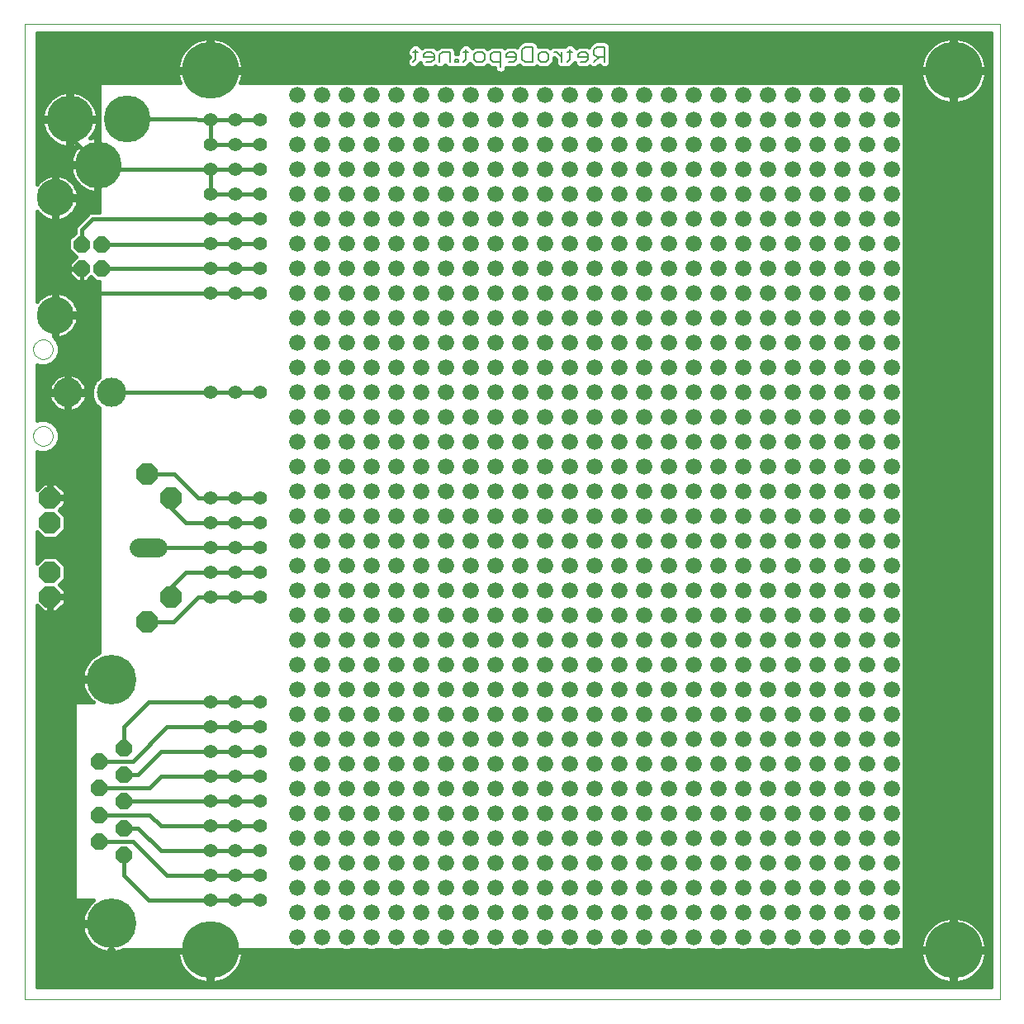
<source format=gbl>
G75*
%MOIN*%
%OFA0B0*%
%FSLAX24Y24*%
%IPPOS*%
%LPD*%
%AMOC8*
5,1,8,0,0,1.08239X$1,22.5*
%
%ADD10C,0.0000*%
%ADD11C,0.0080*%
%ADD12C,0.1890*%
%ADD13OC8,0.0660*%
%ADD14C,0.2000*%
%ADD15C,0.2300*%
%ADD16C,0.0560*%
%ADD17C,0.0780*%
%ADD18OC8,0.0860*%
%ADD19C,0.1500*%
%ADD20C,0.0660*%
%ADD21C,0.1181*%
%ADD22C,0.0160*%
D10*
X003680Y000100D02*
X003680Y039470D01*
X043050Y039470D01*
X043050Y000100D01*
X003680Y000100D01*
X004036Y022850D02*
X004038Y022889D01*
X004044Y022928D01*
X004054Y022966D01*
X004067Y023003D01*
X004084Y023038D01*
X004104Y023072D01*
X004128Y023103D01*
X004155Y023132D01*
X004184Y023158D01*
X004216Y023181D01*
X004250Y023201D01*
X004286Y023217D01*
X004323Y023229D01*
X004362Y023238D01*
X004401Y023243D01*
X004440Y023244D01*
X004479Y023241D01*
X004518Y023234D01*
X004555Y023223D01*
X004592Y023209D01*
X004627Y023191D01*
X004660Y023170D01*
X004691Y023145D01*
X004719Y023118D01*
X004744Y023088D01*
X004766Y023055D01*
X004785Y023021D01*
X004800Y022985D01*
X004812Y022947D01*
X004820Y022909D01*
X004824Y022870D01*
X004824Y022830D01*
X004820Y022791D01*
X004812Y022753D01*
X004800Y022715D01*
X004785Y022679D01*
X004766Y022645D01*
X004744Y022612D01*
X004719Y022582D01*
X004691Y022555D01*
X004660Y022530D01*
X004627Y022509D01*
X004592Y022491D01*
X004555Y022477D01*
X004518Y022466D01*
X004479Y022459D01*
X004440Y022456D01*
X004401Y022457D01*
X004362Y022462D01*
X004323Y022471D01*
X004286Y022483D01*
X004250Y022499D01*
X004216Y022519D01*
X004184Y022542D01*
X004155Y022568D01*
X004128Y022597D01*
X004104Y022628D01*
X004084Y022662D01*
X004067Y022697D01*
X004054Y022734D01*
X004044Y022772D01*
X004038Y022811D01*
X004036Y022850D01*
X004036Y026350D02*
X004038Y026389D01*
X004044Y026428D01*
X004054Y026466D01*
X004067Y026503D01*
X004084Y026538D01*
X004104Y026572D01*
X004128Y026603D01*
X004155Y026632D01*
X004184Y026658D01*
X004216Y026681D01*
X004250Y026701D01*
X004286Y026717D01*
X004323Y026729D01*
X004362Y026738D01*
X004401Y026743D01*
X004440Y026744D01*
X004479Y026741D01*
X004518Y026734D01*
X004555Y026723D01*
X004592Y026709D01*
X004627Y026691D01*
X004660Y026670D01*
X004691Y026645D01*
X004719Y026618D01*
X004744Y026588D01*
X004766Y026555D01*
X004785Y026521D01*
X004800Y026485D01*
X004812Y026447D01*
X004820Y026409D01*
X004824Y026370D01*
X004824Y026330D01*
X004820Y026291D01*
X004812Y026253D01*
X004800Y026215D01*
X004785Y026179D01*
X004766Y026145D01*
X004744Y026112D01*
X004719Y026082D01*
X004691Y026055D01*
X004660Y026030D01*
X004627Y026009D01*
X004592Y025991D01*
X004555Y025977D01*
X004518Y025966D01*
X004479Y025959D01*
X004440Y025956D01*
X004401Y025957D01*
X004362Y025962D01*
X004323Y025971D01*
X004286Y025983D01*
X004250Y025999D01*
X004216Y026019D01*
X004184Y026042D01*
X004155Y026068D01*
X004128Y026097D01*
X004104Y026128D01*
X004084Y026162D01*
X004067Y026197D01*
X004054Y026234D01*
X004044Y026272D01*
X004038Y026311D01*
X004036Y026350D01*
D11*
X019363Y037940D02*
X019466Y038043D01*
X019466Y038457D01*
X019363Y038354D02*
X019570Y038354D01*
X019801Y038250D02*
X019801Y038147D01*
X020214Y038147D01*
X020214Y038250D02*
X020111Y038354D01*
X019904Y038354D01*
X019801Y038250D01*
X019904Y037940D02*
X020111Y037940D01*
X020214Y038043D01*
X020214Y038250D01*
X020445Y038250D02*
X020445Y037940D01*
X020445Y038250D02*
X020549Y038354D01*
X020859Y038354D01*
X020859Y037940D01*
X021078Y037940D02*
X021181Y037940D01*
X021181Y038043D01*
X021078Y038043D01*
X021078Y037940D01*
X021404Y037940D02*
X021507Y038043D01*
X021507Y038457D01*
X021404Y038354D02*
X021611Y038354D01*
X021842Y038250D02*
X021945Y038354D01*
X022152Y038354D01*
X022255Y038250D01*
X022255Y038043D01*
X022152Y037940D01*
X021945Y037940D01*
X021842Y038043D01*
X021842Y038250D01*
X022486Y038250D02*
X022486Y038043D01*
X022590Y037940D01*
X022900Y037940D01*
X022900Y037733D02*
X022900Y038354D01*
X022590Y038354D01*
X022486Y038250D01*
X023131Y038250D02*
X023131Y038147D01*
X023544Y038147D01*
X023544Y038250D02*
X023441Y038354D01*
X023234Y038354D01*
X023131Y038250D01*
X023234Y037940D02*
X023441Y037940D01*
X023544Y038043D01*
X023544Y038250D01*
X023775Y038043D02*
X023879Y037940D01*
X024189Y037940D01*
X024189Y038561D01*
X023879Y038561D01*
X023775Y038457D01*
X023775Y038043D01*
X024420Y038043D02*
X024523Y037940D01*
X024730Y037940D01*
X024834Y038043D01*
X024834Y038250D01*
X024730Y038354D01*
X024523Y038354D01*
X024420Y038250D01*
X024420Y038043D01*
X025060Y038354D02*
X025164Y038354D01*
X025371Y038147D01*
X025371Y037940D02*
X025371Y038354D01*
X025594Y038354D02*
X025800Y038354D01*
X025697Y038457D02*
X025697Y038043D01*
X025594Y037940D01*
X026031Y038147D02*
X026445Y038147D01*
X026445Y038250D02*
X026341Y038354D01*
X026135Y038354D01*
X026031Y038250D01*
X026031Y038147D01*
X026135Y037940D02*
X026341Y037940D01*
X026445Y038043D01*
X026445Y038250D01*
X026676Y038250D02*
X026779Y038147D01*
X027089Y038147D01*
X026883Y038147D02*
X026676Y037940D01*
X026676Y038250D02*
X026676Y038457D01*
X026779Y038561D01*
X027089Y038561D01*
X027089Y037940D01*
D12*
X007837Y035639D03*
X006656Y033789D03*
X005515Y035639D03*
D13*
X005997Y030592D03*
X006784Y030592D03*
X006784Y029608D03*
X005997Y029608D03*
X007680Y010260D03*
X007680Y009180D03*
X006680Y008640D03*
X006680Y007560D03*
X007680Y007020D03*
X007680Y005940D03*
X006680Y006480D03*
X007680Y008100D03*
X006680Y009720D03*
D14*
X007180Y013030D03*
X007180Y003170D03*
D15*
X011180Y002100D03*
X041180Y002100D03*
X041180Y037600D03*
X011180Y037600D03*
D16*
X011180Y035600D03*
X011180Y034600D03*
X011180Y033600D03*
X011180Y032600D03*
X011180Y031600D03*
X011180Y030600D03*
X011180Y029600D03*
X011180Y028600D03*
X012180Y028600D03*
X012180Y029600D03*
X013180Y029600D03*
X013180Y028600D03*
X013180Y030600D03*
X013180Y031600D03*
X012180Y031600D03*
X012180Y030600D03*
X012180Y032600D03*
X012180Y033600D03*
X013180Y033600D03*
X013180Y032600D03*
X013180Y034600D03*
X013180Y035600D03*
X012180Y035600D03*
X012180Y034600D03*
X012180Y024600D03*
X013180Y024600D03*
X011180Y024600D03*
X011180Y020350D03*
X011180Y019350D03*
X011180Y018350D03*
X011180Y017350D03*
X011180Y016350D03*
X012180Y016350D03*
X012180Y017350D03*
X013180Y017350D03*
X013180Y016350D03*
X013180Y018350D03*
X013180Y019350D03*
X012180Y019350D03*
X012180Y018350D03*
X012180Y020350D03*
X013180Y020350D03*
X013180Y012100D03*
X013180Y011100D03*
X012180Y011100D03*
X012180Y012100D03*
X011180Y012100D03*
X011180Y011100D03*
X011180Y010100D03*
X011180Y009100D03*
X011180Y008100D03*
X011180Y007100D03*
X011180Y006100D03*
X011180Y005100D03*
X011180Y004100D03*
X012180Y004100D03*
X012180Y005100D03*
X013180Y005100D03*
X013180Y004100D03*
X013180Y006100D03*
X013180Y007100D03*
X012180Y007100D03*
X012180Y006100D03*
X012180Y008100D03*
X012180Y009100D03*
X013180Y009100D03*
X013180Y008100D03*
X013180Y010100D03*
X012180Y010100D03*
D17*
X009062Y018350D02*
X008282Y018350D01*
D18*
X009593Y016350D03*
X008633Y015350D03*
X004711Y016350D03*
X004711Y017350D03*
X004711Y019350D03*
X004711Y020350D03*
X008633Y021311D03*
X009593Y020350D03*
D19*
X004930Y027730D03*
X004930Y032470D03*
D20*
X014680Y032600D03*
X014680Y033600D03*
X015680Y033600D03*
X015680Y032600D03*
X016680Y032600D03*
X016680Y033600D03*
X017680Y033600D03*
X017680Y032600D03*
X017680Y031600D03*
X017680Y030600D03*
X016680Y030600D03*
X016680Y031600D03*
X015680Y031600D03*
X015680Y030600D03*
X014680Y030600D03*
X014680Y031600D03*
X014680Y029600D03*
X014680Y028600D03*
X015680Y028600D03*
X015680Y029600D03*
X016680Y029600D03*
X016680Y028600D03*
X017680Y028600D03*
X017680Y029600D03*
X018680Y029600D03*
X018680Y028600D03*
X019680Y028600D03*
X019680Y029600D03*
X020680Y029600D03*
X020680Y028600D03*
X020680Y027600D03*
X020680Y026600D03*
X019680Y026600D03*
X019680Y027600D03*
X018680Y027600D03*
X018680Y026600D03*
X018680Y025600D03*
X018680Y024600D03*
X019680Y024600D03*
X019680Y025600D03*
X020680Y025600D03*
X020680Y024600D03*
X020680Y023600D03*
X020680Y022600D03*
X019680Y022600D03*
X019680Y023600D03*
X018680Y023600D03*
X018680Y022600D03*
X018680Y021600D03*
X018680Y020600D03*
X019680Y020600D03*
X019680Y021600D03*
X020680Y021600D03*
X020680Y020600D03*
X020680Y019600D03*
X020680Y018600D03*
X019680Y018600D03*
X019680Y019600D03*
X018680Y019600D03*
X018680Y018600D03*
X018680Y017600D03*
X019680Y017600D03*
X020680Y017600D03*
X020680Y016600D03*
X020680Y015600D03*
X019680Y015600D03*
X019680Y016600D03*
X018680Y016600D03*
X018680Y015600D03*
X018680Y014600D03*
X018680Y013600D03*
X019680Y013600D03*
X019680Y014600D03*
X020680Y014600D03*
X020680Y013600D03*
X020680Y012600D03*
X020680Y011600D03*
X019680Y011600D03*
X019680Y012600D03*
X018680Y012600D03*
X018680Y011600D03*
X018680Y010600D03*
X018680Y009600D03*
X019680Y009600D03*
X019680Y010600D03*
X020680Y010600D03*
X020680Y009600D03*
X020680Y008600D03*
X020680Y007600D03*
X019680Y007600D03*
X019680Y008600D03*
X018680Y008600D03*
X018680Y007600D03*
X018680Y006600D03*
X018680Y005600D03*
X019680Y005600D03*
X019680Y006600D03*
X020680Y006600D03*
X020680Y005600D03*
X020680Y004600D03*
X020680Y003600D03*
X019680Y003600D03*
X019680Y004600D03*
X018680Y004600D03*
X018680Y003600D03*
X018680Y002600D03*
X019680Y002600D03*
X020680Y002600D03*
X021680Y002600D03*
X022680Y002600D03*
X023680Y002600D03*
X023680Y003600D03*
X023680Y004600D03*
X022680Y004600D03*
X022680Y003600D03*
X021680Y003600D03*
X021680Y004600D03*
X021680Y005600D03*
X021680Y006600D03*
X022680Y006600D03*
X022680Y005600D03*
X023680Y005600D03*
X023680Y006600D03*
X023680Y007600D03*
X023680Y008600D03*
X022680Y008600D03*
X022680Y007600D03*
X021680Y007600D03*
X021680Y008600D03*
X021680Y009600D03*
X021680Y010600D03*
X022680Y010600D03*
X022680Y009600D03*
X023680Y009600D03*
X023680Y010600D03*
X023680Y011600D03*
X023680Y012600D03*
X022680Y012600D03*
X022680Y011600D03*
X021680Y011600D03*
X021680Y012600D03*
X021680Y013600D03*
X021680Y014600D03*
X022680Y014600D03*
X022680Y013600D03*
X023680Y013600D03*
X023680Y014600D03*
X023680Y015600D03*
X023680Y016600D03*
X022680Y016600D03*
X022680Y015600D03*
X021680Y015600D03*
X021680Y016600D03*
X021680Y017600D03*
X022680Y017600D03*
X023680Y017600D03*
X023680Y018600D03*
X023680Y019600D03*
X022680Y019600D03*
X022680Y018600D03*
X021680Y018600D03*
X021680Y019600D03*
X021680Y020600D03*
X021680Y021600D03*
X022680Y021600D03*
X022680Y020600D03*
X023680Y020600D03*
X023680Y021600D03*
X023680Y022600D03*
X023680Y023600D03*
X022680Y023600D03*
X022680Y022600D03*
X021680Y022600D03*
X021680Y023600D03*
X021680Y024600D03*
X021680Y025600D03*
X022680Y025600D03*
X022680Y024600D03*
X023680Y024600D03*
X023680Y025600D03*
X023680Y026600D03*
X023680Y027600D03*
X022680Y027600D03*
X022680Y026600D03*
X021680Y026600D03*
X021680Y027600D03*
X021680Y028600D03*
X021680Y029600D03*
X022680Y029600D03*
X022680Y028600D03*
X023680Y028600D03*
X023680Y029600D03*
X023680Y030600D03*
X023680Y031600D03*
X022680Y031600D03*
X022680Y030600D03*
X021680Y030600D03*
X021680Y031600D03*
X021680Y032600D03*
X021680Y033600D03*
X022680Y033600D03*
X022680Y032600D03*
X023680Y032600D03*
X023680Y033600D03*
X023680Y034600D03*
X023680Y035600D03*
X022680Y035600D03*
X022680Y034600D03*
X021680Y034600D03*
X021680Y035600D03*
X021680Y036600D03*
X022680Y036600D03*
X023680Y036600D03*
X024680Y036600D03*
X025680Y036600D03*
X026680Y036600D03*
X026680Y035600D03*
X026680Y034600D03*
X025680Y034600D03*
X025680Y035600D03*
X024680Y035600D03*
X024680Y034600D03*
X024680Y033600D03*
X024680Y032600D03*
X025680Y032600D03*
X025680Y033600D03*
X026680Y033600D03*
X026680Y032600D03*
X026680Y031600D03*
X026680Y030600D03*
X025680Y030600D03*
X025680Y031600D03*
X024680Y031600D03*
X024680Y030600D03*
X024680Y029600D03*
X024680Y028600D03*
X025680Y028600D03*
X025680Y029600D03*
X026680Y029600D03*
X026680Y028600D03*
X026680Y027600D03*
X026680Y026600D03*
X025680Y026600D03*
X025680Y027600D03*
X024680Y027600D03*
X024680Y026600D03*
X024680Y025600D03*
X024680Y024600D03*
X025680Y024600D03*
X025680Y025600D03*
X026680Y025600D03*
X026680Y024600D03*
X026680Y023600D03*
X026680Y022600D03*
X025680Y022600D03*
X025680Y023600D03*
X024680Y023600D03*
X024680Y022600D03*
X024680Y021600D03*
X024680Y020600D03*
X025680Y020600D03*
X025680Y021600D03*
X026680Y021600D03*
X026680Y020600D03*
X026680Y019600D03*
X026680Y018600D03*
X025680Y018600D03*
X025680Y019600D03*
X024680Y019600D03*
X024680Y018600D03*
X024680Y017600D03*
X025680Y017600D03*
X026680Y017600D03*
X026680Y016600D03*
X026680Y015600D03*
X025680Y015600D03*
X025680Y016600D03*
X024680Y016600D03*
X024680Y015600D03*
X024680Y014600D03*
X024680Y013600D03*
X025680Y013600D03*
X025680Y014600D03*
X026680Y014600D03*
X026680Y013600D03*
X026680Y012600D03*
X026680Y011600D03*
X025680Y011600D03*
X025680Y012600D03*
X024680Y012600D03*
X024680Y011600D03*
X024680Y010600D03*
X024680Y009600D03*
X025680Y009600D03*
X025680Y010600D03*
X026680Y010600D03*
X026680Y009600D03*
X026680Y008600D03*
X026680Y007600D03*
X025680Y007600D03*
X025680Y008600D03*
X024680Y008600D03*
X024680Y007600D03*
X024680Y006600D03*
X024680Y005600D03*
X025680Y005600D03*
X025680Y006600D03*
X026680Y006600D03*
X026680Y005600D03*
X026680Y004600D03*
X026680Y003600D03*
X025680Y003600D03*
X025680Y004600D03*
X024680Y004600D03*
X024680Y003600D03*
X024680Y002600D03*
X025680Y002600D03*
X026680Y002600D03*
X027680Y002600D03*
X028680Y002600D03*
X029680Y002600D03*
X029680Y003600D03*
X029680Y004600D03*
X028680Y004600D03*
X028680Y003600D03*
X027680Y003600D03*
X027680Y004600D03*
X027680Y005600D03*
X027680Y006600D03*
X028680Y006600D03*
X028680Y005600D03*
X029680Y005600D03*
X029680Y006600D03*
X029680Y007600D03*
X029680Y008600D03*
X028680Y008600D03*
X028680Y007600D03*
X027680Y007600D03*
X027680Y008600D03*
X027680Y009600D03*
X027680Y010600D03*
X028680Y010600D03*
X028680Y009600D03*
X029680Y009600D03*
X029680Y010600D03*
X029680Y011600D03*
X029680Y012600D03*
X028680Y012600D03*
X028680Y011600D03*
X027680Y011600D03*
X027680Y012600D03*
X027680Y013600D03*
X027680Y014600D03*
X028680Y014600D03*
X028680Y013600D03*
X029680Y013600D03*
X029680Y014600D03*
X029680Y015600D03*
X029680Y016600D03*
X028680Y016600D03*
X028680Y015600D03*
X027680Y015600D03*
X027680Y016600D03*
X027680Y017600D03*
X028680Y017600D03*
X029680Y017600D03*
X029680Y018600D03*
X029680Y019600D03*
X028680Y019600D03*
X028680Y018600D03*
X027680Y018600D03*
X027680Y019600D03*
X027680Y020600D03*
X027680Y021600D03*
X028680Y021600D03*
X028680Y020600D03*
X029680Y020600D03*
X029680Y021600D03*
X029680Y022600D03*
X029680Y023600D03*
X028680Y023600D03*
X028680Y022600D03*
X027680Y022600D03*
X027680Y023600D03*
X027680Y024600D03*
X027680Y025600D03*
X028680Y025600D03*
X028680Y024600D03*
X029680Y024600D03*
X029680Y025600D03*
X029680Y026600D03*
X029680Y027600D03*
X028680Y027600D03*
X028680Y026600D03*
X027680Y026600D03*
X027680Y027600D03*
X027680Y028600D03*
X027680Y029600D03*
X028680Y029600D03*
X028680Y028600D03*
X029680Y028600D03*
X029680Y029600D03*
X029680Y030600D03*
X029680Y031600D03*
X028680Y031600D03*
X028680Y030600D03*
X027680Y030600D03*
X027680Y031600D03*
X027680Y032600D03*
X027680Y033600D03*
X028680Y033600D03*
X028680Y032600D03*
X029680Y032600D03*
X029680Y033600D03*
X029680Y034600D03*
X029680Y035600D03*
X028680Y035600D03*
X028680Y034600D03*
X027680Y034600D03*
X027680Y035600D03*
X027680Y036600D03*
X028680Y036600D03*
X029680Y036600D03*
X030680Y036600D03*
X031680Y036600D03*
X032680Y036600D03*
X032680Y035600D03*
X032680Y034600D03*
X031680Y034600D03*
X031680Y035600D03*
X030680Y035600D03*
X030680Y034600D03*
X030680Y033600D03*
X030680Y032600D03*
X031680Y032600D03*
X031680Y033600D03*
X032680Y033600D03*
X032680Y032600D03*
X032680Y031600D03*
X032680Y030600D03*
X031680Y030600D03*
X031680Y031600D03*
X030680Y031600D03*
X030680Y030600D03*
X030680Y029600D03*
X030680Y028600D03*
X031680Y028600D03*
X031680Y029600D03*
X032680Y029600D03*
X032680Y028600D03*
X032680Y027600D03*
X032680Y026600D03*
X031680Y026600D03*
X031680Y027600D03*
X030680Y027600D03*
X030680Y026600D03*
X030680Y025600D03*
X030680Y024600D03*
X031680Y024600D03*
X031680Y025600D03*
X032680Y025600D03*
X032680Y024600D03*
X032680Y023600D03*
X032680Y022600D03*
X031680Y022600D03*
X031680Y023600D03*
X030680Y023600D03*
X030680Y022600D03*
X030680Y021600D03*
X030680Y020600D03*
X031680Y020600D03*
X031680Y021600D03*
X032680Y021600D03*
X032680Y020600D03*
X032680Y019600D03*
X032680Y018600D03*
X031680Y018600D03*
X031680Y019600D03*
X030680Y019600D03*
X030680Y018600D03*
X030680Y017600D03*
X031680Y017600D03*
X032680Y017600D03*
X032680Y016600D03*
X032680Y015600D03*
X031680Y015600D03*
X031680Y016600D03*
X030680Y016600D03*
X030680Y015600D03*
X030680Y014600D03*
X030680Y013600D03*
X031680Y013600D03*
X031680Y014600D03*
X032680Y014600D03*
X032680Y013600D03*
X032680Y012600D03*
X032680Y011600D03*
X031680Y011600D03*
X031680Y012600D03*
X030680Y012600D03*
X030680Y011600D03*
X030680Y010600D03*
X030680Y009600D03*
X031680Y009600D03*
X031680Y010600D03*
X032680Y010600D03*
X032680Y009600D03*
X032680Y008600D03*
X032680Y007600D03*
X031680Y007600D03*
X031680Y008600D03*
X030680Y008600D03*
X030680Y007600D03*
X030680Y006600D03*
X030680Y005600D03*
X031680Y005600D03*
X031680Y006600D03*
X032680Y006600D03*
X032680Y005600D03*
X032680Y004600D03*
X032680Y003600D03*
X031680Y003600D03*
X031680Y004600D03*
X030680Y004600D03*
X030680Y003600D03*
X030680Y002600D03*
X031680Y002600D03*
X032680Y002600D03*
X033680Y002600D03*
X034680Y002600D03*
X035680Y002600D03*
X035680Y003600D03*
X035680Y004600D03*
X034680Y004600D03*
X034680Y003600D03*
X033680Y003600D03*
X033680Y004600D03*
X033680Y005600D03*
X033680Y006600D03*
X034680Y006600D03*
X034680Y005600D03*
X035680Y005600D03*
X035680Y006600D03*
X035680Y007600D03*
X035680Y008600D03*
X034680Y008600D03*
X034680Y007600D03*
X033680Y007600D03*
X033680Y008600D03*
X033680Y009600D03*
X033680Y010600D03*
X034680Y010600D03*
X034680Y009600D03*
X035680Y009600D03*
X035680Y010600D03*
X035680Y011600D03*
X035680Y012600D03*
X034680Y012600D03*
X034680Y011600D03*
X033680Y011600D03*
X033680Y012600D03*
X033680Y013600D03*
X033680Y014600D03*
X034680Y014600D03*
X034680Y013600D03*
X035680Y013600D03*
X035680Y014600D03*
X035680Y015600D03*
X035680Y016600D03*
X034680Y016600D03*
X034680Y015600D03*
X033680Y015600D03*
X033680Y016600D03*
X033680Y017600D03*
X034680Y017600D03*
X035680Y017600D03*
X035680Y018600D03*
X035680Y019600D03*
X034680Y019600D03*
X034680Y018600D03*
X033680Y018600D03*
X033680Y019600D03*
X033680Y020600D03*
X033680Y021600D03*
X034680Y021600D03*
X034680Y020600D03*
X035680Y020600D03*
X035680Y021600D03*
X035680Y022600D03*
X035680Y023600D03*
X034680Y023600D03*
X034680Y022600D03*
X033680Y022600D03*
X033680Y023600D03*
X033680Y024600D03*
X033680Y025600D03*
X034680Y025600D03*
X034680Y024600D03*
X035680Y024600D03*
X035680Y025600D03*
X035680Y026600D03*
X035680Y027600D03*
X034680Y027600D03*
X034680Y026600D03*
X033680Y026600D03*
X033680Y027600D03*
X033680Y028600D03*
X033680Y029600D03*
X034680Y029600D03*
X034680Y028600D03*
X035680Y028600D03*
X035680Y029600D03*
X035680Y030600D03*
X035680Y031600D03*
X034680Y031600D03*
X034680Y030600D03*
X033680Y030600D03*
X033680Y031600D03*
X033680Y032600D03*
X033680Y033600D03*
X034680Y033600D03*
X034680Y032600D03*
X035680Y032600D03*
X035680Y033600D03*
X035680Y034600D03*
X035680Y035600D03*
X034680Y035600D03*
X034680Y034600D03*
X033680Y034600D03*
X033680Y035600D03*
X033680Y036600D03*
X034680Y036600D03*
X035680Y036600D03*
X036680Y036600D03*
X037680Y036600D03*
X038680Y036600D03*
X038680Y035600D03*
X038680Y034600D03*
X037680Y034600D03*
X037680Y035600D03*
X036680Y035600D03*
X036680Y034600D03*
X036680Y033600D03*
X036680Y032600D03*
X037680Y032600D03*
X037680Y033600D03*
X038680Y033600D03*
X038680Y032600D03*
X038680Y031600D03*
X038680Y030600D03*
X037680Y030600D03*
X037680Y031600D03*
X036680Y031600D03*
X036680Y030600D03*
X036680Y029600D03*
X036680Y028600D03*
X037680Y028600D03*
X037680Y029600D03*
X038680Y029600D03*
X038680Y028600D03*
X038680Y027600D03*
X038680Y026600D03*
X037680Y026600D03*
X037680Y027600D03*
X036680Y027600D03*
X036680Y026600D03*
X036680Y025600D03*
X036680Y024600D03*
X037680Y024600D03*
X037680Y025600D03*
X038680Y025600D03*
X038680Y024600D03*
X038680Y023600D03*
X038680Y022600D03*
X037680Y022600D03*
X037680Y023600D03*
X036680Y023600D03*
X036680Y022600D03*
X036680Y021600D03*
X036680Y020600D03*
X037680Y020600D03*
X037680Y021600D03*
X038680Y021600D03*
X038680Y020600D03*
X038680Y019600D03*
X038680Y018600D03*
X037680Y018600D03*
X037680Y019600D03*
X036680Y019600D03*
X036680Y018600D03*
X036680Y017600D03*
X037680Y017600D03*
X038680Y017600D03*
X038680Y016600D03*
X038680Y015600D03*
X037680Y015600D03*
X037680Y016600D03*
X036680Y016600D03*
X036680Y015600D03*
X036680Y014600D03*
X036680Y013600D03*
X037680Y013600D03*
X037680Y014600D03*
X038680Y014600D03*
X038680Y013600D03*
X038680Y012600D03*
X038680Y011600D03*
X037680Y011600D03*
X037680Y012600D03*
X036680Y012600D03*
X036680Y011600D03*
X036680Y010600D03*
X036680Y009600D03*
X037680Y009600D03*
X037680Y010600D03*
X038680Y010600D03*
X038680Y009600D03*
X038680Y008600D03*
X038680Y007600D03*
X037680Y007600D03*
X037680Y008600D03*
X036680Y008600D03*
X036680Y007600D03*
X036680Y006600D03*
X036680Y005600D03*
X037680Y005600D03*
X037680Y006600D03*
X038680Y006600D03*
X038680Y005600D03*
X038680Y004600D03*
X038680Y003600D03*
X037680Y003600D03*
X037680Y004600D03*
X036680Y004600D03*
X036680Y003600D03*
X036680Y002600D03*
X037680Y002600D03*
X038680Y002600D03*
X017680Y002600D03*
X016680Y002600D03*
X015680Y002600D03*
X014680Y002600D03*
X014680Y003600D03*
X014680Y004600D03*
X015680Y004600D03*
X015680Y003600D03*
X016680Y003600D03*
X016680Y004600D03*
X017680Y004600D03*
X017680Y003600D03*
X017680Y005600D03*
X017680Y006600D03*
X016680Y006600D03*
X016680Y005600D03*
X015680Y005600D03*
X015680Y006600D03*
X014680Y006600D03*
X014680Y005600D03*
X014680Y007600D03*
X014680Y008600D03*
X015680Y008600D03*
X015680Y007600D03*
X016680Y007600D03*
X016680Y008600D03*
X017680Y008600D03*
X017680Y007600D03*
X017680Y009600D03*
X017680Y010600D03*
X016680Y010600D03*
X016680Y009600D03*
X015680Y009600D03*
X015680Y010600D03*
X014680Y010600D03*
X014680Y009600D03*
X014680Y011600D03*
X014680Y012600D03*
X015680Y012600D03*
X015680Y011600D03*
X016680Y011600D03*
X016680Y012600D03*
X017680Y012600D03*
X017680Y011600D03*
X017680Y013600D03*
X017680Y014600D03*
X016680Y014600D03*
X016680Y013600D03*
X015680Y013600D03*
X015680Y014600D03*
X014680Y014600D03*
X014680Y013600D03*
X014680Y015600D03*
X014680Y016600D03*
X015680Y016600D03*
X015680Y015600D03*
X016680Y015600D03*
X016680Y016600D03*
X017680Y016600D03*
X017680Y015600D03*
X017680Y017600D03*
X016680Y017600D03*
X015680Y017600D03*
X014680Y017600D03*
X014680Y018600D03*
X014680Y019600D03*
X015680Y019600D03*
X015680Y018600D03*
X016680Y018600D03*
X016680Y019600D03*
X017680Y019600D03*
X017680Y018600D03*
X017680Y020600D03*
X017680Y021600D03*
X016680Y021600D03*
X016680Y020600D03*
X015680Y020600D03*
X015680Y021600D03*
X014680Y021600D03*
X014680Y020600D03*
X014680Y022600D03*
X014680Y023600D03*
X015680Y023600D03*
X015680Y022600D03*
X016680Y022600D03*
X016680Y023600D03*
X017680Y023600D03*
X017680Y022600D03*
X017680Y024600D03*
X017680Y025600D03*
X016680Y025600D03*
X016680Y024600D03*
X015680Y024600D03*
X015680Y025600D03*
X014680Y025600D03*
X014680Y024600D03*
X014680Y026600D03*
X014680Y027600D03*
X015680Y027600D03*
X015680Y026600D03*
X016680Y026600D03*
X016680Y027600D03*
X017680Y027600D03*
X017680Y026600D03*
X018680Y030600D03*
X018680Y031600D03*
X019680Y031600D03*
X019680Y030600D03*
X020680Y030600D03*
X020680Y031600D03*
X020680Y032600D03*
X020680Y033600D03*
X019680Y033600D03*
X019680Y032600D03*
X018680Y032600D03*
X018680Y033600D03*
X018680Y034600D03*
X018680Y035600D03*
X019680Y035600D03*
X019680Y034600D03*
X020680Y034600D03*
X020680Y035600D03*
X020680Y036600D03*
X019680Y036600D03*
X018680Y036600D03*
X017680Y036600D03*
X016680Y036600D03*
X015680Y036600D03*
X014680Y036600D03*
X014680Y035600D03*
X014680Y034600D03*
X015680Y034600D03*
X015680Y035600D03*
X016680Y035600D03*
X016680Y034600D03*
X017680Y034600D03*
X017680Y035600D03*
D21*
X007180Y024600D03*
X005430Y024600D03*
D22*
X005510Y024668D02*
X006389Y024668D01*
X006389Y024757D02*
X006389Y024443D01*
X006510Y024152D01*
X006680Y023982D01*
X006680Y014099D01*
X006608Y014064D01*
X006496Y013994D01*
X006392Y013911D01*
X006299Y013818D01*
X006216Y013714D01*
X006146Y013602D01*
X006088Y013482D01*
X006044Y013357D01*
X006015Y013228D01*
X006002Y013110D01*
X006680Y013110D01*
X006680Y012950D01*
X006002Y012950D01*
X006015Y012832D01*
X006044Y012703D01*
X006088Y012578D01*
X006146Y012458D01*
X006216Y012346D01*
X006299Y012242D01*
X006392Y012149D01*
X006454Y012100D01*
X005680Y012100D01*
X005680Y004100D01*
X006454Y004100D01*
X006392Y004051D01*
X006299Y003958D01*
X006216Y003854D01*
X006146Y003742D01*
X006088Y003622D01*
X006044Y003497D01*
X006015Y003368D01*
X006002Y003250D01*
X006680Y003250D01*
X006680Y003090D01*
X006002Y003090D01*
X006015Y002972D01*
X006044Y002843D01*
X006088Y002718D01*
X006146Y002598D01*
X006216Y002486D01*
X006299Y002382D01*
X006392Y002289D01*
X006496Y002206D01*
X006608Y002136D01*
X006680Y002101D01*
X006680Y002100D01*
X006682Y002100D01*
X006728Y002078D01*
X006853Y002034D01*
X006982Y002005D01*
X007100Y001992D01*
X007100Y002100D01*
X007260Y002100D01*
X007260Y001992D01*
X007378Y002005D01*
X007507Y002034D01*
X007632Y002078D01*
X007678Y002100D01*
X011100Y002100D01*
X011100Y002020D01*
X011260Y002020D01*
X011260Y002100D01*
X014502Y002100D01*
X014575Y002070D01*
X014785Y002070D01*
X014858Y002100D01*
X015502Y002100D01*
X015575Y002070D01*
X015785Y002070D01*
X015858Y002100D01*
X016502Y002100D01*
X016575Y002070D01*
X016785Y002070D01*
X016858Y002100D01*
X017502Y002100D01*
X017575Y002070D01*
X017785Y002070D01*
X017858Y002100D01*
X018502Y002100D01*
X018575Y002070D01*
X018785Y002070D01*
X018858Y002100D01*
X019502Y002100D01*
X019575Y002070D01*
X019785Y002070D01*
X019858Y002100D01*
X020502Y002100D01*
X020575Y002070D01*
X020785Y002070D01*
X020858Y002100D01*
X021502Y002100D01*
X021575Y002070D01*
X021785Y002070D01*
X021858Y002100D01*
X022502Y002100D01*
X022575Y002070D01*
X022785Y002070D01*
X022858Y002100D01*
X023502Y002100D01*
X023575Y002070D01*
X023785Y002070D01*
X023858Y002100D01*
X024502Y002100D01*
X024575Y002070D01*
X024785Y002070D01*
X024858Y002100D01*
X025502Y002100D01*
X025575Y002070D01*
X025785Y002070D01*
X025858Y002100D01*
X026502Y002100D01*
X026575Y002070D01*
X026785Y002070D01*
X026858Y002100D01*
X027502Y002100D01*
X027575Y002070D01*
X027785Y002070D01*
X027858Y002100D01*
X028502Y002100D01*
X028575Y002070D01*
X028785Y002070D01*
X028858Y002100D01*
X029502Y002100D01*
X029575Y002070D01*
X029785Y002070D01*
X029858Y002100D01*
X030502Y002100D01*
X030575Y002070D01*
X030785Y002070D01*
X030858Y002100D01*
X031502Y002100D01*
X031575Y002070D01*
X031785Y002070D01*
X031858Y002100D01*
X032502Y002100D01*
X032575Y002070D01*
X032785Y002070D01*
X032858Y002100D01*
X033502Y002100D01*
X033575Y002070D01*
X033785Y002070D01*
X033858Y002100D01*
X034502Y002100D01*
X034575Y002070D01*
X034785Y002070D01*
X034858Y002100D01*
X035502Y002100D01*
X035575Y002070D01*
X035785Y002070D01*
X035858Y002100D01*
X036502Y002100D01*
X036575Y002070D01*
X036785Y002070D01*
X036858Y002100D01*
X037502Y002100D01*
X037575Y002070D01*
X037785Y002070D01*
X037858Y002100D01*
X038502Y002100D01*
X038575Y002070D01*
X038785Y002070D01*
X038858Y002100D01*
X041100Y002100D01*
X041100Y002020D01*
X041260Y002020D01*
X041260Y002180D01*
X042509Y002180D01*
X042497Y002295D01*
X042472Y002424D01*
X042434Y002549D01*
X042384Y002669D01*
X042322Y002785D01*
X042250Y002893D01*
X042167Y002994D01*
X042074Y003087D01*
X041973Y003170D01*
X041865Y003242D01*
X041749Y003304D01*
X041629Y003354D01*
X041504Y003392D01*
X041375Y003417D01*
X041260Y003429D01*
X041260Y002180D01*
X041100Y002180D01*
X041100Y003429D01*
X040985Y003417D01*
X040856Y003392D01*
X040731Y003354D01*
X040611Y003304D01*
X040495Y003242D01*
X040387Y003170D01*
X040286Y003087D01*
X040193Y002994D01*
X040110Y002893D01*
X040038Y002785D01*
X039976Y002669D01*
X039926Y002549D01*
X039888Y002424D01*
X039863Y002295D01*
X039851Y002180D01*
X041100Y002180D01*
X041100Y002020D01*
X041100Y000771D01*
X040985Y000783D01*
X040856Y000808D01*
X040731Y000846D01*
X040611Y000896D01*
X040495Y000958D01*
X040387Y001030D01*
X040286Y001113D01*
X040193Y001206D01*
X040110Y001307D01*
X040038Y001415D01*
X039976Y001531D01*
X039926Y001651D01*
X039888Y001776D01*
X039863Y001905D01*
X039851Y002020D01*
X041100Y002020D01*
X041260Y002020D01*
X042509Y002020D01*
X042497Y001905D01*
X042472Y001776D01*
X042434Y001651D01*
X042384Y001531D01*
X042322Y001415D01*
X042250Y001307D01*
X042167Y001206D01*
X042074Y001113D01*
X041973Y001030D01*
X041865Y000958D01*
X041749Y000896D01*
X041629Y000846D01*
X041504Y000808D01*
X041375Y000783D01*
X041260Y000771D01*
X041260Y002020D01*
X041260Y002100D01*
X042680Y002100D01*
X042680Y000600D01*
X039180Y000600D01*
X039180Y002422D01*
X039210Y002495D01*
X039210Y002705D01*
X039180Y002778D01*
X039180Y003422D01*
X039210Y003495D01*
X039210Y003705D01*
X039180Y003778D01*
X039180Y004422D01*
X039210Y004495D01*
X039210Y004705D01*
X039180Y004778D01*
X039180Y005422D01*
X039210Y005495D01*
X039210Y005705D01*
X039180Y005778D01*
X039180Y006422D01*
X039210Y006495D01*
X039210Y006705D01*
X039180Y006778D01*
X039180Y007422D01*
X039210Y007495D01*
X039210Y007705D01*
X039180Y007778D01*
X039180Y008422D01*
X039210Y008495D01*
X039210Y008705D01*
X039180Y008778D01*
X039180Y009422D01*
X039210Y009495D01*
X039210Y009705D01*
X039180Y009778D01*
X039180Y010422D01*
X039210Y010495D01*
X039210Y010705D01*
X039180Y010778D01*
X039180Y011422D01*
X039210Y011495D01*
X039210Y011705D01*
X039180Y011778D01*
X039180Y012422D01*
X039210Y012495D01*
X039210Y012705D01*
X039180Y012778D01*
X039180Y013422D01*
X039210Y013495D01*
X039210Y013705D01*
X039180Y013778D01*
X039180Y014422D01*
X039210Y014495D01*
X039210Y014705D01*
X039180Y014778D01*
X039180Y015422D01*
X039210Y015495D01*
X039210Y015705D01*
X039180Y015778D01*
X039180Y016422D01*
X039210Y016495D01*
X039210Y016705D01*
X039180Y016778D01*
X039180Y017422D01*
X039210Y017495D01*
X039210Y017705D01*
X039180Y017778D01*
X039180Y018422D01*
X039210Y018495D01*
X039210Y018705D01*
X039180Y018778D01*
X039180Y019422D01*
X039210Y019495D01*
X039210Y019705D01*
X039180Y019778D01*
X039180Y020422D01*
X039210Y020495D01*
X039210Y020705D01*
X042680Y020705D01*
X042680Y020547D02*
X039210Y020547D01*
X039210Y020705D02*
X039180Y020778D01*
X039180Y021422D01*
X039210Y021495D01*
X039210Y021705D01*
X039180Y021778D01*
X039180Y022422D01*
X039210Y022495D01*
X039210Y022705D01*
X039180Y022778D01*
X039180Y023422D01*
X039210Y023495D01*
X039210Y023705D01*
X039180Y023778D01*
X039180Y024422D01*
X039210Y024495D01*
X039210Y024705D01*
X039180Y024778D01*
X039180Y025422D01*
X039210Y025495D01*
X039210Y025705D01*
X039180Y025778D01*
X039180Y026422D01*
X039210Y026495D01*
X039210Y026705D01*
X039180Y026778D01*
X039180Y027422D01*
X039210Y027495D01*
X039210Y027705D01*
X039180Y027778D01*
X039180Y028422D01*
X039210Y028495D01*
X039210Y028705D01*
X039180Y028778D01*
X039180Y029422D01*
X039210Y029495D01*
X039210Y029705D01*
X039180Y029778D01*
X039180Y030422D01*
X039210Y030495D01*
X039210Y030705D01*
X039180Y030778D01*
X039180Y031422D01*
X039210Y031495D01*
X039210Y031705D01*
X039180Y031778D01*
X039180Y032422D01*
X039210Y032495D01*
X039210Y032705D01*
X039180Y032778D01*
X039180Y033422D01*
X039210Y033495D01*
X039210Y033705D01*
X039180Y033778D01*
X039180Y034422D01*
X039210Y034495D01*
X039210Y034705D01*
X039180Y034778D01*
X039180Y035422D01*
X039210Y035495D01*
X039210Y035705D01*
X039180Y035778D01*
X039180Y036422D01*
X039210Y036495D01*
X039210Y036705D01*
X039180Y036778D01*
X039180Y039100D01*
X042680Y039100D01*
X042680Y000600D01*
X004180Y000600D01*
X004180Y016019D01*
X004459Y015740D01*
X004661Y015740D01*
X004661Y016300D01*
X004761Y016300D01*
X004761Y015740D01*
X004964Y015740D01*
X005321Y016097D01*
X005321Y016300D01*
X004762Y016300D01*
X004762Y016400D01*
X005321Y016400D01*
X005321Y016603D01*
X005088Y016836D01*
X005341Y017089D01*
X005341Y017611D01*
X004972Y017980D01*
X004451Y017980D01*
X004180Y017709D01*
X004180Y018991D01*
X004451Y018720D01*
X004972Y018720D01*
X005341Y019089D01*
X005341Y019611D01*
X005088Y019864D01*
X005321Y020097D01*
X005321Y020300D01*
X004762Y020300D01*
X004762Y020400D01*
X005321Y020400D01*
X005321Y020603D01*
X004964Y020960D01*
X004761Y020960D01*
X004761Y020400D01*
X004661Y020400D01*
X004661Y020960D01*
X004459Y020960D01*
X004180Y020681D01*
X004180Y022224D01*
X004296Y022176D01*
X004564Y022176D01*
X004812Y022279D01*
X005001Y022468D01*
X005104Y022716D01*
X005104Y022984D01*
X005001Y023232D01*
X004812Y023421D01*
X004564Y023524D01*
X004296Y023524D01*
X004180Y023476D01*
X004180Y025724D01*
X004296Y025676D01*
X004564Y025676D01*
X004812Y025779D01*
X005001Y025968D01*
X005104Y026216D01*
X005104Y026484D01*
X005001Y026732D01*
X004850Y026883D01*
X004850Y027650D01*
X005010Y027650D01*
X005010Y027810D01*
X004850Y027810D01*
X004850Y028657D01*
X004774Y028648D01*
X004680Y028627D01*
X004680Y029850D01*
X005518Y029850D01*
X005487Y029819D01*
X005487Y029621D01*
X005930Y029621D01*
X005930Y029594D01*
X005487Y029594D01*
X005487Y029397D01*
X005786Y029098D01*
X005932Y029098D01*
X006430Y028600D01*
X005259Y028600D01*
X005188Y028625D01*
X005086Y028648D01*
X005010Y028657D01*
X005010Y028600D01*
X004850Y028600D01*
X004850Y028657D01*
X004774Y028648D01*
X004672Y028625D01*
X004574Y028590D01*
X004479Y028545D01*
X004391Y028490D01*
X004309Y028424D01*
X004235Y028351D01*
X004180Y028281D01*
X004180Y031919D01*
X004235Y031849D01*
X004309Y031776D01*
X004391Y031710D01*
X004479Y031655D01*
X004574Y031610D01*
X004672Y031575D01*
X004774Y031552D01*
X004850Y031543D01*
X004850Y032390D01*
X005010Y032390D01*
X005010Y031543D01*
X005086Y031552D01*
X005188Y031575D01*
X005286Y031610D01*
X005381Y031655D01*
X005469Y031710D01*
X005551Y031776D01*
X005625Y031849D01*
X005690Y031931D01*
X005745Y032020D01*
X005791Y032114D01*
X005825Y032212D01*
X005848Y032314D01*
X005857Y032390D01*
X005010Y032390D01*
X005010Y032550D01*
X005857Y032550D01*
X005848Y032626D01*
X005825Y032728D01*
X005791Y032827D01*
X005745Y032921D01*
X005690Y033009D01*
X005625Y033091D01*
X005551Y033165D01*
X005469Y033230D01*
X005381Y033285D01*
X005286Y033331D01*
X005188Y033365D01*
X005086Y033388D01*
X005010Y033397D01*
X005010Y032550D01*
X004850Y032550D01*
X004850Y033397D01*
X004774Y033388D01*
X004672Y033365D01*
X004574Y033331D01*
X004479Y033285D01*
X004391Y033230D01*
X004309Y033165D01*
X004235Y033091D01*
X004180Y033021D01*
X004180Y039100D01*
X042680Y039100D01*
X042680Y037100D01*
X042412Y037100D01*
X042434Y037151D01*
X042472Y037276D01*
X042497Y037405D01*
X042509Y037520D01*
X041260Y037520D01*
X041260Y037680D01*
X042509Y037680D01*
X042497Y037795D01*
X042472Y037924D01*
X042434Y038049D01*
X042384Y038169D01*
X042322Y038285D01*
X042250Y038393D01*
X042167Y038494D01*
X042074Y038587D01*
X041973Y038670D01*
X041865Y038742D01*
X041749Y038804D01*
X041629Y038854D01*
X041504Y038892D01*
X041375Y038917D01*
X041260Y038929D01*
X041260Y037680D01*
X041100Y037680D01*
X041100Y038929D01*
X040985Y038917D01*
X040856Y038892D01*
X040731Y038854D01*
X040611Y038804D01*
X040495Y038742D01*
X040387Y038670D01*
X040286Y038587D01*
X040193Y038494D01*
X040110Y038393D01*
X040038Y038285D01*
X039976Y038169D01*
X039926Y038049D01*
X039888Y037924D01*
X039863Y037795D01*
X039851Y037680D01*
X041100Y037680D01*
X041100Y038929D01*
X040985Y038917D01*
X040856Y038892D01*
X040731Y038854D01*
X040611Y038804D01*
X040495Y038742D01*
X040387Y038670D01*
X040286Y038587D01*
X040193Y038494D01*
X040110Y038393D01*
X040038Y038285D01*
X039976Y038169D01*
X039926Y038049D01*
X039888Y037924D01*
X039863Y037795D01*
X039851Y037680D01*
X041100Y037680D01*
X041260Y037680D01*
X041260Y038929D01*
X041375Y038917D01*
X041504Y038892D01*
X041629Y038854D01*
X041749Y038804D01*
X041865Y038742D01*
X041973Y038670D01*
X042074Y038587D01*
X042167Y038494D01*
X042250Y038393D01*
X042322Y038285D01*
X042384Y038169D01*
X042434Y038049D01*
X042472Y037924D01*
X042497Y037795D01*
X042509Y037680D01*
X041260Y037680D01*
X041260Y037520D01*
X042509Y037520D01*
X042497Y037405D01*
X042472Y037276D01*
X042434Y037151D01*
X042384Y037031D01*
X042322Y036915D01*
X042250Y036807D01*
X042167Y036706D01*
X042074Y036613D01*
X041973Y036530D01*
X041865Y036458D01*
X041749Y036396D01*
X041629Y036346D01*
X041504Y036308D01*
X041375Y036283D01*
X041260Y036271D01*
X041260Y037520D01*
X041100Y037520D01*
X041100Y036271D01*
X040985Y036283D01*
X040856Y036308D01*
X040731Y036346D01*
X040611Y036396D01*
X040495Y036458D01*
X040387Y036530D01*
X040286Y036613D01*
X040193Y036706D01*
X040110Y036807D01*
X040038Y036915D01*
X039976Y037031D01*
X039926Y037151D01*
X039888Y037276D01*
X039863Y037405D01*
X039851Y037520D01*
X041100Y037520D01*
X041100Y037680D01*
X041100Y037520D01*
X039851Y037520D01*
X039863Y037405D01*
X039888Y037276D01*
X039926Y037151D01*
X039948Y037100D01*
X038858Y037100D01*
X038785Y037130D01*
X038575Y037130D01*
X038502Y037100D01*
X037858Y037100D01*
X037785Y037130D01*
X037575Y037130D01*
X037502Y037100D01*
X036858Y037100D01*
X036785Y037130D01*
X036575Y037130D01*
X036502Y037100D01*
X035858Y037100D01*
X035785Y037130D01*
X035575Y037130D01*
X035502Y037100D01*
X034858Y037100D01*
X034785Y037130D01*
X034575Y037130D01*
X034502Y037100D01*
X033858Y037100D01*
X033785Y037130D01*
X033575Y037130D01*
X033502Y037100D01*
X032858Y037100D01*
X032785Y037130D01*
X032575Y037130D01*
X032502Y037100D01*
X031858Y037100D01*
X031785Y037130D01*
X031575Y037130D01*
X031502Y037100D01*
X030858Y037100D01*
X030785Y037130D01*
X030575Y037130D01*
X030502Y037100D01*
X029858Y037100D01*
X029785Y037130D01*
X029575Y037130D01*
X029502Y037100D01*
X028858Y037100D01*
X028785Y037130D01*
X028575Y037130D01*
X028502Y037100D01*
X027858Y037100D01*
X027785Y037130D01*
X027575Y037130D01*
X027502Y037100D01*
X026858Y037100D01*
X026785Y037130D01*
X026575Y037130D01*
X026502Y037100D01*
X025858Y037100D01*
X025785Y037130D01*
X025575Y037130D01*
X025502Y037100D01*
X024858Y037100D01*
X024785Y037130D01*
X024575Y037130D01*
X024502Y037100D01*
X023858Y037100D01*
X023785Y037130D01*
X023575Y037130D01*
X023502Y037100D01*
X022858Y037100D01*
X022785Y037130D01*
X022575Y037130D01*
X022502Y037100D01*
X021858Y037100D01*
X021785Y037130D01*
X021575Y037130D01*
X021502Y037100D01*
X020858Y037100D01*
X020785Y037130D01*
X020575Y037130D01*
X020502Y037100D01*
X019858Y037100D01*
X019785Y037130D01*
X019575Y037130D01*
X019502Y037100D01*
X018858Y037100D01*
X018785Y037130D01*
X018575Y037130D01*
X018502Y037100D01*
X017858Y037100D01*
X017785Y037130D01*
X017575Y037130D01*
X017502Y037100D01*
X016858Y037100D01*
X016785Y037130D01*
X016575Y037130D01*
X016502Y037100D01*
X015858Y037100D01*
X015785Y037130D01*
X015575Y037130D01*
X015502Y037100D01*
X014858Y037100D01*
X014785Y037130D01*
X014575Y037130D01*
X014502Y037100D01*
X012412Y037100D01*
X012434Y037151D01*
X012472Y037276D01*
X012497Y037405D01*
X012509Y037520D01*
X011260Y037520D01*
X011260Y037680D01*
X011100Y037680D01*
X011100Y038929D01*
X010985Y038917D01*
X010856Y038892D01*
X010731Y038854D01*
X010611Y038804D01*
X010495Y038742D01*
X010387Y038670D01*
X010286Y038587D01*
X010193Y038494D01*
X010110Y038393D01*
X010038Y038285D01*
X009976Y038169D01*
X009926Y038049D01*
X009888Y037924D01*
X009863Y037795D01*
X009851Y037680D01*
X011100Y037680D01*
X011100Y037520D01*
X009851Y037520D01*
X009863Y037405D01*
X009888Y037276D01*
X009926Y037151D01*
X009948Y037100D01*
X006680Y037100D01*
X006680Y033869D01*
X006576Y033869D01*
X006576Y033709D01*
X005533Y033709D01*
X005546Y033600D01*
X005574Y033477D01*
X005615Y033358D01*
X005670Y033244D01*
X005738Y033137D01*
X005816Y033038D01*
X005906Y032949D01*
X006004Y032870D01*
X006111Y032803D01*
X006225Y032748D01*
X006344Y032706D01*
X006468Y032678D01*
X006576Y032666D01*
X006576Y033709D01*
X006680Y033709D01*
X006680Y031880D01*
X006374Y031880D01*
X006271Y031837D01*
X006193Y031759D01*
X005760Y031326D01*
X005717Y031223D01*
X005717Y031062D01*
X005467Y030812D01*
X005467Y030373D01*
X005754Y030086D01*
X005487Y029819D01*
X005487Y029621D01*
X005983Y029621D01*
X005983Y029594D01*
X005487Y029594D01*
X005487Y029397D01*
X005786Y029098D01*
X005983Y029098D01*
X005983Y029594D01*
X006010Y029594D01*
X006010Y029098D01*
X006208Y029098D01*
X006376Y029266D01*
X006565Y029078D01*
X006680Y029078D01*
X006680Y025218D01*
X006510Y025048D01*
X006389Y024757D01*
X006418Y024826D02*
X006167Y024826D01*
X006161Y024848D02*
X006123Y024942D01*
X006072Y025029D01*
X006011Y025109D01*
X005939Y025181D01*
X005859Y025242D01*
X005772Y025293D01*
X005678Y025331D01*
X005581Y025357D01*
X005510Y025367D01*
X005510Y024680D01*
X006197Y024680D01*
X006187Y024751D01*
X006161Y024848D01*
X006098Y024985D02*
X006484Y024985D01*
X006605Y025143D02*
X005977Y025143D01*
X005750Y025302D02*
X006680Y025302D01*
X006680Y025460D02*
X004180Y025460D01*
X004180Y025302D02*
X005110Y025302D01*
X005088Y025293D02*
X005001Y025242D01*
X004921Y025181D01*
X004849Y025109D01*
X004788Y025029D01*
X004737Y024942D01*
X004699Y024848D01*
X004673Y024751D01*
X004663Y024680D01*
X005350Y024680D01*
X005350Y025367D01*
X005279Y025357D01*
X005182Y025331D01*
X005088Y025293D01*
X004883Y025143D02*
X004180Y025143D01*
X004180Y024985D02*
X004762Y024985D01*
X004693Y024826D02*
X004180Y024826D01*
X004180Y024668D02*
X005350Y024668D01*
X005350Y024680D02*
X005350Y024520D01*
X005510Y024520D01*
X005510Y024680D01*
X005350Y024680D01*
X005350Y024826D02*
X005510Y024826D01*
X005510Y024985D02*
X005350Y024985D01*
X005350Y025143D02*
X005510Y025143D01*
X005510Y025302D02*
X005350Y025302D01*
X004807Y025777D02*
X006680Y025777D01*
X006680Y025619D02*
X004180Y025619D01*
X004968Y025936D02*
X006680Y025936D01*
X006680Y026094D02*
X005053Y026094D01*
X005104Y026253D02*
X006680Y026253D01*
X006680Y026411D02*
X005104Y026411D01*
X005068Y026570D02*
X006680Y026570D01*
X006680Y026728D02*
X005003Y026728D01*
X005010Y026803D02*
X005086Y026812D01*
X005188Y026835D01*
X005286Y026869D01*
X005381Y026915D01*
X005469Y026970D01*
X005551Y027035D01*
X005625Y027109D01*
X005690Y027191D01*
X005745Y027279D01*
X005791Y027373D01*
X005825Y027472D01*
X005848Y027574D01*
X005857Y027650D01*
X005010Y027650D01*
X005010Y026803D01*
X005010Y026887D02*
X004850Y026887D01*
X004850Y027045D02*
X005010Y027045D01*
X005010Y027204D02*
X004850Y027204D01*
X004850Y027362D02*
X005010Y027362D01*
X005010Y027521D02*
X004850Y027521D01*
X005010Y027679D02*
X006680Y027679D01*
X006680Y027521D02*
X005836Y027521D01*
X005785Y027362D02*
X006680Y027362D01*
X006680Y027204D02*
X005698Y027204D01*
X005560Y027045D02*
X006680Y027045D01*
X006680Y026887D02*
X005322Y026887D01*
X005010Y027810D02*
X005857Y027810D01*
X005848Y027886D01*
X005825Y027988D01*
X005791Y028086D01*
X005745Y028180D01*
X005690Y028269D01*
X005625Y028351D01*
X005551Y028424D01*
X005469Y028490D01*
X005381Y028545D01*
X005286Y028590D01*
X005188Y028625D01*
X005086Y028648D01*
X005010Y028657D01*
X005010Y027810D01*
X005010Y027838D02*
X004850Y027838D01*
X004850Y027996D02*
X005010Y027996D01*
X005010Y028155D02*
X004850Y028155D01*
X004850Y028313D02*
X005010Y028313D01*
X005010Y028472D02*
X004850Y028472D01*
X004850Y028630D02*
X005010Y028630D01*
X004850Y028630D01*
X004694Y028630D02*
X004680Y028630D01*
X004694Y028630D02*
X004180Y028630D01*
X004180Y028472D02*
X004368Y028472D01*
X004206Y028313D02*
X004180Y028313D01*
X004180Y028789D02*
X006680Y028789D01*
X006680Y028947D02*
X004180Y028947D01*
X004180Y029106D02*
X005778Y029106D01*
X004680Y029106D01*
X004680Y029264D02*
X005620Y029264D01*
X004180Y029264D01*
X004180Y029423D02*
X005487Y029423D01*
X004680Y029423D01*
X004680Y029581D02*
X005487Y029581D01*
X004180Y029581D01*
X004180Y029740D02*
X005487Y029740D01*
X004680Y029740D01*
X004180Y029898D02*
X005566Y029898D01*
X005724Y030057D02*
X004180Y030057D01*
X004180Y030215D02*
X005624Y030215D01*
X005467Y030374D02*
X004180Y030374D01*
X004180Y030532D02*
X005467Y030532D01*
X005467Y030691D02*
X004180Y030691D01*
X004180Y030849D02*
X005504Y030849D01*
X005663Y031008D02*
X004180Y031008D01*
X004180Y031166D02*
X005717Y031166D01*
X005759Y031325D02*
X004180Y031325D01*
X004180Y031483D02*
X005917Y031483D01*
X006076Y031642D02*
X005353Y031642D01*
X005575Y031800D02*
X006234Y031800D01*
X006430Y031600D02*
X011180Y031600D01*
X012180Y031600D01*
X013180Y031600D01*
X013180Y030600D02*
X012180Y030600D01*
X011180Y030600D01*
X011172Y030592D01*
X006784Y030592D01*
X005997Y030592D02*
X005997Y031167D01*
X006430Y031600D01*
X006680Y031959D02*
X005707Y031959D01*
X005792Y032117D02*
X006680Y032117D01*
X006680Y032276D02*
X005840Y032276D01*
X005852Y032593D02*
X006680Y032593D01*
X006680Y032751D02*
X006576Y032751D01*
X006576Y032910D02*
X006680Y032910D01*
X006680Y033068D02*
X006576Y033068D01*
X006576Y033227D02*
X006680Y033227D01*
X006680Y033385D02*
X006576Y033385D01*
X006576Y033544D02*
X006680Y033544D01*
X006680Y033702D02*
X006576Y033702D01*
X006656Y033789D02*
X006845Y033600D01*
X011180Y033600D01*
X012180Y033600D01*
X013180Y033600D01*
X013180Y032600D02*
X012180Y032600D01*
X011180Y032600D01*
X011180Y033600D01*
X011180Y034600D02*
X013180Y034600D01*
X012180Y034600D01*
X012180Y035600D02*
X011180Y035600D01*
X011180Y034600D01*
X011180Y035600D02*
X010141Y035639D01*
X007837Y035639D01*
X006680Y035604D02*
X005595Y035604D01*
X005595Y035559D02*
X005595Y035719D01*
X006638Y035719D01*
X006625Y035828D01*
X006597Y035951D01*
X006556Y036071D01*
X006501Y036184D01*
X006434Y036291D01*
X006355Y036390D01*
X006265Y036479D01*
X006167Y036558D01*
X006060Y036625D01*
X005946Y036680D01*
X005827Y036722D01*
X005703Y036750D01*
X005595Y036762D01*
X005595Y035719D01*
X005435Y035719D01*
X005435Y035559D01*
X005595Y035559D01*
X006638Y035559D01*
X006625Y035451D01*
X006597Y035327D01*
X006556Y035208D01*
X006501Y035094D01*
X006434Y034987D01*
X006355Y034889D01*
X006334Y034868D01*
X006344Y034872D01*
X006468Y034900D01*
X006576Y034912D01*
X006576Y033869D01*
X005533Y033869D01*
X005546Y033978D01*
X005574Y034101D01*
X005615Y034220D01*
X005670Y034334D01*
X005738Y034441D01*
X005816Y034540D01*
X005837Y034560D01*
X005827Y034557D01*
X005703Y034529D01*
X005595Y034516D01*
X005595Y035559D01*
X005595Y035446D02*
X005435Y035446D01*
X005435Y035559D02*
X005435Y034516D01*
X005326Y034529D01*
X005203Y034557D01*
X005083Y034598D01*
X004970Y034653D01*
X004180Y034653D01*
X004180Y034495D02*
X005780Y034495D01*
X005672Y034336D02*
X004180Y034336D01*
X004180Y034178D02*
X005601Y034178D01*
X005555Y034019D02*
X004180Y034019D01*
X004180Y033861D02*
X006576Y033861D01*
X006656Y033789D02*
X005515Y034931D01*
X005515Y035639D01*
X005435Y035604D02*
X004180Y035604D01*
X004180Y035446D02*
X004405Y035446D01*
X004404Y035451D02*
X004432Y035327D01*
X004474Y035208D01*
X004529Y035094D01*
X004596Y034987D01*
X004675Y034889D01*
X004764Y034799D01*
X004863Y034721D01*
X004970Y034653D01*
X004752Y034812D02*
X004180Y034812D01*
X004180Y034970D02*
X004610Y034970D01*
X004512Y035129D02*
X004180Y035129D01*
X004180Y035287D02*
X004446Y035287D01*
X004404Y035451D02*
X004392Y035559D01*
X005435Y035559D01*
X005435Y035719D02*
X004392Y035719D01*
X004404Y035828D01*
X004432Y035951D01*
X004474Y036071D01*
X004529Y036184D01*
X004596Y036291D01*
X004675Y036390D01*
X004764Y036479D01*
X004863Y036558D01*
X004970Y036625D01*
X005083Y036680D01*
X005203Y036722D01*
X005326Y036750D01*
X005435Y036762D01*
X005435Y035719D01*
X005435Y035763D02*
X005595Y035763D01*
X005595Y035921D02*
X005435Y035921D01*
X005435Y036080D02*
X005595Y036080D01*
X005595Y036238D02*
X005435Y036238D01*
X005435Y036397D02*
X005595Y036397D01*
X005595Y036555D02*
X005435Y036555D01*
X005435Y036714D02*
X005595Y036714D01*
X005851Y036714D02*
X006680Y036714D01*
X006680Y036872D02*
X004180Y036872D01*
X004180Y036714D02*
X005179Y036714D01*
X004859Y036555D02*
X004180Y036555D01*
X004180Y036397D02*
X004681Y036397D01*
X004562Y036238D02*
X004180Y036238D01*
X004180Y036080D02*
X004478Y036080D01*
X004425Y035921D02*
X004180Y035921D01*
X004180Y035763D02*
X004397Y035763D01*
X005435Y035287D02*
X005595Y035287D01*
X005595Y035129D02*
X005435Y035129D01*
X005435Y034970D02*
X005595Y034970D01*
X005595Y034812D02*
X005435Y034812D01*
X005435Y034653D02*
X005595Y034653D01*
X006420Y034970D02*
X006680Y034970D01*
X006680Y034812D02*
X006576Y034812D01*
X006576Y034653D02*
X006680Y034653D01*
X006680Y034495D02*
X006576Y034495D01*
X006576Y034336D02*
X006680Y034336D01*
X006680Y034178D02*
X006576Y034178D01*
X006576Y034019D02*
X006680Y034019D01*
X005681Y033227D02*
X005473Y033227D01*
X005606Y033385D02*
X005101Y033385D01*
X005010Y033385D02*
X004850Y033385D01*
X004759Y033385D02*
X004180Y033385D01*
X004180Y033227D02*
X004387Y033227D01*
X004217Y033068D02*
X004180Y033068D01*
X004180Y033544D02*
X005559Y033544D01*
X005534Y033702D02*
X004180Y033702D01*
X004850Y033227D02*
X005010Y033227D01*
X005010Y033068D02*
X004850Y033068D01*
X004850Y032910D02*
X005010Y032910D01*
X005010Y032751D02*
X004850Y032751D01*
X004850Y032593D02*
X005010Y032593D01*
X005010Y032434D02*
X006680Y032434D01*
X006219Y032751D02*
X005817Y032751D01*
X005751Y032910D02*
X005955Y032910D01*
X005793Y033068D02*
X005643Y033068D01*
X005010Y032276D02*
X004850Y032276D01*
X004850Y032117D02*
X005010Y032117D01*
X005010Y031959D02*
X004850Y031959D01*
X004850Y031800D02*
X005010Y031800D01*
X005010Y031642D02*
X004850Y031642D01*
X004507Y031642D02*
X004180Y031642D01*
X004180Y031800D02*
X004285Y031800D01*
X005997Y029608D02*
X005997Y029033D01*
X006430Y028600D01*
X011180Y028600D01*
X012180Y028600D01*
X013180Y028600D01*
X013180Y029600D02*
X012180Y029600D01*
X011180Y029600D01*
X011172Y029608D01*
X006784Y029608D01*
X006379Y029264D02*
X006374Y029264D01*
X006216Y029106D02*
X006537Y029106D01*
X006241Y028789D02*
X004680Y028789D01*
X004680Y028947D02*
X006083Y028947D01*
X006010Y029106D02*
X005983Y029106D01*
X005983Y029264D02*
X006010Y029264D01*
X006010Y029423D02*
X005983Y029423D01*
X005983Y029581D02*
X006010Y029581D01*
X006400Y028630D02*
X005166Y028630D01*
X006680Y028630D01*
X006680Y028472D02*
X005492Y028472D01*
X005654Y028313D02*
X006680Y028313D01*
X006680Y028155D02*
X005758Y028155D01*
X005822Y027996D02*
X006680Y027996D01*
X006680Y027838D02*
X005854Y027838D01*
X007180Y024600D02*
X011180Y024600D01*
X012180Y024600D01*
X013180Y024600D01*
X009719Y021311D02*
X010680Y020350D01*
X011180Y020350D01*
X012180Y020350D01*
X013180Y020350D01*
X013180Y019350D02*
X012180Y019350D01*
X011180Y019350D01*
X010180Y019350D01*
X009593Y019937D01*
X009593Y020350D01*
X009719Y021311D02*
X008633Y021311D01*
X006680Y021339D02*
X004180Y021339D01*
X004180Y021181D02*
X006680Y021181D01*
X006680Y021022D02*
X004180Y021022D01*
X004180Y020864D02*
X004362Y020864D01*
X004204Y020705D02*
X004180Y020705D01*
X004661Y020705D02*
X004761Y020705D01*
X004761Y020547D02*
X004661Y020547D01*
X004762Y020388D02*
X006680Y020388D01*
X006680Y020230D02*
X005321Y020230D01*
X005295Y020071D02*
X006680Y020071D01*
X006680Y019913D02*
X005137Y019913D01*
X005198Y019754D02*
X006680Y019754D01*
X006680Y019596D02*
X005341Y019596D01*
X005341Y019437D02*
X006680Y019437D01*
X006680Y019279D02*
X005341Y019279D01*
X005341Y019120D02*
X006680Y019120D01*
X006680Y018962D02*
X005214Y018962D01*
X005055Y018803D02*
X006680Y018803D01*
X006680Y018645D02*
X004180Y018645D01*
X004180Y018803D02*
X004368Y018803D01*
X004209Y018962D02*
X004180Y018962D01*
X004180Y018486D02*
X006680Y018486D01*
X006680Y018328D02*
X004180Y018328D01*
X004180Y018169D02*
X006680Y018169D01*
X006680Y018011D02*
X004180Y018011D01*
X004180Y017852D02*
X004323Y017852D01*
X005100Y017852D02*
X006680Y017852D01*
X006680Y017694D02*
X005259Y017694D01*
X005341Y017535D02*
X006680Y017535D01*
X006680Y017377D02*
X005341Y017377D01*
X005341Y017218D02*
X006680Y017218D01*
X006680Y017060D02*
X005312Y017060D01*
X005153Y016901D02*
X006680Y016901D01*
X006680Y016743D02*
X005182Y016743D01*
X005321Y016584D02*
X006680Y016584D01*
X006680Y016426D02*
X005321Y016426D01*
X005321Y016267D02*
X006680Y016267D01*
X006680Y016109D02*
X005321Y016109D01*
X005174Y015950D02*
X006680Y015950D01*
X006680Y015792D02*
X005016Y015792D01*
X004761Y015792D02*
X004661Y015792D01*
X004661Y015950D02*
X004761Y015950D01*
X004761Y016109D02*
X004661Y016109D01*
X004661Y016267D02*
X004761Y016267D01*
X004407Y015792D02*
X004180Y015792D01*
X004180Y015950D02*
X004249Y015950D01*
X004180Y015633D02*
X006680Y015633D01*
X006680Y015475D02*
X004180Y015475D01*
X004180Y015316D02*
X006680Y015316D01*
X006680Y015158D02*
X004180Y015158D01*
X004180Y014999D02*
X006680Y014999D01*
X006680Y014841D02*
X004180Y014841D01*
X004180Y014682D02*
X006680Y014682D01*
X006680Y014524D02*
X004180Y014524D01*
X004180Y014365D02*
X006680Y014365D01*
X006680Y014207D02*
X004180Y014207D01*
X004180Y014048D02*
X006582Y014048D01*
X006371Y013890D02*
X004180Y013890D01*
X004180Y013731D02*
X006230Y013731D01*
X006132Y013573D02*
X004180Y013573D01*
X004180Y013414D02*
X006064Y013414D01*
X006021Y013256D02*
X004180Y013256D01*
X004180Y013097D02*
X006680Y013097D01*
X006003Y012939D02*
X004180Y012939D01*
X004180Y012780D02*
X006027Y012780D01*
X006073Y012622D02*
X004180Y012622D01*
X004180Y012463D02*
X006143Y012463D01*
X006249Y012305D02*
X004180Y012305D01*
X004180Y012146D02*
X006396Y012146D01*
X005680Y011988D02*
X004180Y011988D01*
X004180Y011829D02*
X005680Y011829D01*
X005680Y011671D02*
X004180Y011671D01*
X004180Y011512D02*
X005680Y011512D01*
X005680Y011354D02*
X004180Y011354D01*
X004180Y011195D02*
X005680Y011195D01*
X005680Y011037D02*
X004180Y011037D01*
X004180Y010878D02*
X005680Y010878D01*
X005680Y010720D02*
X004180Y010720D01*
X004180Y010561D02*
X005680Y010561D01*
X005680Y010403D02*
X004180Y010403D01*
X004180Y010244D02*
X005680Y010244D01*
X005680Y010086D02*
X004180Y010086D01*
X004180Y009927D02*
X005680Y009927D01*
X005680Y009769D02*
X004180Y009769D01*
X004180Y009610D02*
X005680Y009610D01*
X005680Y009452D02*
X004180Y009452D01*
X004180Y009293D02*
X005680Y009293D01*
X005680Y009135D02*
X004180Y009135D01*
X004180Y008976D02*
X005680Y008976D01*
X005680Y008818D02*
X004180Y008818D01*
X004180Y008659D02*
X005680Y008659D01*
X005680Y008501D02*
X004180Y008501D01*
X004180Y008342D02*
X005680Y008342D01*
X005680Y008184D02*
X004180Y008184D01*
X004180Y008025D02*
X005680Y008025D01*
X005680Y007867D02*
X004180Y007867D01*
X004180Y007708D02*
X005680Y007708D01*
X005680Y007550D02*
X004180Y007550D01*
X004180Y007391D02*
X005680Y007391D01*
X005680Y007233D02*
X004180Y007233D01*
X004180Y007074D02*
X005680Y007074D01*
X005680Y006916D02*
X004180Y006916D01*
X004180Y006757D02*
X005680Y006757D01*
X005680Y006599D02*
X004180Y006599D01*
X004180Y006440D02*
X005680Y006440D01*
X005680Y006282D02*
X004180Y006282D01*
X004180Y006123D02*
X005680Y006123D01*
X005680Y005965D02*
X004180Y005965D01*
X004180Y005806D02*
X005680Y005806D01*
X005680Y005648D02*
X004180Y005648D01*
X004180Y005489D02*
X005680Y005489D01*
X005680Y005331D02*
X004180Y005331D01*
X004180Y005172D02*
X005680Y005172D01*
X005680Y005014D02*
X004180Y005014D01*
X004180Y004855D02*
X005680Y004855D01*
X005680Y004697D02*
X004180Y004697D01*
X004180Y004538D02*
X005680Y004538D01*
X005680Y004380D02*
X004180Y004380D01*
X004180Y004221D02*
X005680Y004221D01*
X006256Y003904D02*
X004180Y003904D01*
X004180Y003746D02*
X006148Y003746D01*
X006076Y003587D02*
X004180Y003587D01*
X004180Y003429D02*
X006029Y003429D01*
X006004Y003270D02*
X004180Y003270D01*
X004180Y003112D02*
X006680Y003112D01*
X006061Y002795D02*
X004180Y002795D01*
X004180Y002953D02*
X006019Y002953D01*
X006127Y002636D02*
X004180Y002636D01*
X004180Y002478D02*
X006223Y002478D01*
X006362Y002319D02*
X004180Y002319D01*
X004180Y002161D02*
X006569Y002161D01*
X007007Y002002D02*
X004180Y002002D01*
X004180Y001844D02*
X009875Y001844D01*
X009863Y001905D02*
X009888Y001776D01*
X009926Y001651D01*
X009976Y001531D01*
X010038Y001415D01*
X010110Y001307D01*
X010193Y001206D01*
X010286Y001113D01*
X010387Y001030D01*
X010495Y000958D01*
X010611Y000896D01*
X010731Y000846D01*
X010856Y000808D01*
X010985Y000783D01*
X011100Y000771D01*
X011100Y002020D01*
X009851Y002020D01*
X009863Y001905D01*
X009853Y002002D02*
X007353Y002002D01*
X007260Y002002D02*
X007100Y002002D01*
X006407Y004063D02*
X004180Y004063D01*
X004180Y001685D02*
X009916Y001685D01*
X009978Y001527D02*
X004180Y001527D01*
X004180Y001368D02*
X010070Y001368D01*
X010190Y001210D02*
X004180Y001210D01*
X004180Y001051D02*
X010362Y001051D01*
X010620Y000893D02*
X004180Y000893D01*
X004180Y000734D02*
X042680Y000734D01*
X039180Y000734D01*
X039180Y000893D02*
X040620Y000893D01*
X011740Y000893D01*
X011749Y000896D02*
X011865Y000958D01*
X011973Y001030D01*
X012074Y001113D01*
X012167Y001206D01*
X012250Y001307D01*
X012322Y001415D01*
X012384Y001531D01*
X012434Y001651D01*
X012472Y001776D01*
X012497Y001905D01*
X012509Y002020D01*
X011260Y002020D01*
X011260Y000771D01*
X011375Y000783D01*
X011504Y000808D01*
X011629Y000846D01*
X011749Y000896D01*
X011998Y001051D02*
X040362Y001051D01*
X039180Y001051D01*
X039180Y001210D02*
X040190Y001210D01*
X012170Y001210D01*
X012290Y001368D02*
X040070Y001368D01*
X039180Y001368D01*
X039180Y001527D02*
X039978Y001527D01*
X012382Y001527D01*
X012444Y001685D02*
X039916Y001685D01*
X039180Y001685D01*
X039180Y001844D02*
X039875Y001844D01*
X012485Y001844D01*
X012507Y002002D02*
X039853Y002002D01*
X039180Y002002D01*
X039180Y002161D02*
X041100Y002161D01*
X041100Y002020D02*
X039851Y002020D01*
X039863Y001905D01*
X039888Y001776D01*
X039926Y001651D01*
X039976Y001531D01*
X040038Y001415D01*
X040110Y001307D01*
X040193Y001206D01*
X040286Y001113D01*
X040387Y001030D01*
X040495Y000958D01*
X040611Y000896D01*
X040731Y000846D01*
X040856Y000808D01*
X040985Y000783D01*
X041100Y000771D01*
X041100Y002020D01*
X041100Y002002D02*
X041260Y002002D01*
X041100Y002002D01*
X041100Y001844D02*
X041260Y001844D01*
X041100Y001844D01*
X041100Y001685D02*
X041260Y001685D01*
X041100Y001685D01*
X041100Y001527D02*
X041260Y001527D01*
X041100Y001527D01*
X041100Y001368D02*
X041260Y001368D01*
X041100Y001368D01*
X041100Y001210D02*
X041260Y001210D01*
X041100Y001210D01*
X041100Y001051D02*
X041260Y001051D01*
X041100Y001051D01*
X041100Y000893D02*
X041260Y000893D01*
X041100Y000893D01*
X041260Y000771D02*
X041375Y000783D01*
X041504Y000808D01*
X041629Y000846D01*
X041749Y000896D01*
X041865Y000958D01*
X041973Y001030D01*
X042074Y001113D01*
X042167Y001206D01*
X042250Y001307D01*
X042322Y001415D01*
X042384Y001531D01*
X042434Y001651D01*
X042472Y001776D01*
X042497Y001905D01*
X042509Y002020D01*
X041260Y002020D01*
X041260Y000771D01*
X041740Y000893D02*
X042680Y000893D01*
X041740Y000893D01*
X041998Y001051D02*
X042680Y001051D01*
X041998Y001051D01*
X042170Y001210D02*
X042680Y001210D01*
X042170Y001210D01*
X042290Y001368D02*
X042680Y001368D01*
X042290Y001368D01*
X042382Y001527D02*
X042680Y001527D01*
X042382Y001527D01*
X042444Y001685D02*
X042680Y001685D01*
X042444Y001685D01*
X042485Y001844D02*
X042680Y001844D01*
X042485Y001844D01*
X042507Y002002D02*
X042680Y002002D01*
X042507Y002002D01*
X042680Y002161D02*
X041260Y002161D01*
X041260Y002319D02*
X041100Y002319D01*
X041100Y002478D02*
X041260Y002478D01*
X041260Y002636D02*
X041100Y002636D01*
X041100Y002795D02*
X041260Y002795D01*
X041260Y002953D02*
X041100Y002953D01*
X041100Y003112D02*
X041260Y003112D01*
X041260Y003270D02*
X041100Y003270D01*
X041100Y003429D02*
X041260Y003429D01*
X042680Y003429D01*
X042680Y003587D02*
X039210Y003587D01*
X039193Y003746D02*
X042680Y003746D01*
X042680Y003904D02*
X039180Y003904D01*
X039180Y004063D02*
X042680Y004063D01*
X042680Y004221D02*
X039180Y004221D01*
X039180Y004380D02*
X042680Y004380D01*
X042680Y004538D02*
X039210Y004538D01*
X039210Y004697D02*
X042680Y004697D01*
X042680Y004855D02*
X039180Y004855D01*
X039180Y005014D02*
X042680Y005014D01*
X042680Y005172D02*
X039180Y005172D01*
X039180Y005331D02*
X042680Y005331D01*
X042680Y005489D02*
X039208Y005489D01*
X039210Y005648D02*
X042680Y005648D01*
X042680Y005806D02*
X039180Y005806D01*
X039180Y005965D02*
X042680Y005965D01*
X042680Y006123D02*
X039180Y006123D01*
X039180Y006282D02*
X042680Y006282D01*
X042680Y006440D02*
X039187Y006440D01*
X039210Y006599D02*
X042680Y006599D01*
X042680Y006757D02*
X039189Y006757D01*
X039180Y006916D02*
X042680Y006916D01*
X042680Y007074D02*
X039180Y007074D01*
X039180Y007233D02*
X042680Y007233D01*
X042680Y007391D02*
X039180Y007391D01*
X039210Y007550D02*
X042680Y007550D01*
X042680Y007708D02*
X039209Y007708D01*
X039180Y007867D02*
X042680Y007867D01*
X042680Y008025D02*
X039180Y008025D01*
X039180Y008184D02*
X042680Y008184D01*
X042680Y008342D02*
X039180Y008342D01*
X039210Y008501D02*
X042680Y008501D01*
X042680Y008659D02*
X039210Y008659D01*
X039180Y008818D02*
X042680Y008818D01*
X042680Y008976D02*
X039180Y008976D01*
X039180Y009135D02*
X042680Y009135D01*
X042680Y009293D02*
X039180Y009293D01*
X039192Y009452D02*
X042680Y009452D01*
X042680Y009610D02*
X039210Y009610D01*
X039184Y009769D02*
X042680Y009769D01*
X042680Y009927D02*
X039180Y009927D01*
X039180Y010086D02*
X042680Y010086D01*
X042680Y010244D02*
X039180Y010244D01*
X039180Y010403D02*
X042680Y010403D01*
X042680Y010561D02*
X039210Y010561D01*
X039204Y010720D02*
X042680Y010720D01*
X042680Y010878D02*
X039180Y010878D01*
X039180Y011037D02*
X042680Y011037D01*
X042680Y011195D02*
X039180Y011195D01*
X039180Y011354D02*
X042680Y011354D01*
X042680Y011512D02*
X039210Y011512D01*
X039210Y011671D02*
X042680Y011671D01*
X042680Y011829D02*
X039180Y011829D01*
X039180Y011988D02*
X042680Y011988D01*
X042680Y012146D02*
X039180Y012146D01*
X039180Y012305D02*
X042680Y012305D01*
X042680Y012463D02*
X039197Y012463D01*
X039210Y012622D02*
X042680Y012622D01*
X042680Y012780D02*
X039180Y012780D01*
X039180Y012939D02*
X042680Y012939D01*
X042680Y013097D02*
X039180Y013097D01*
X039180Y013256D02*
X042680Y013256D01*
X042680Y013414D02*
X039180Y013414D01*
X039210Y013573D02*
X042680Y013573D01*
X042680Y013731D02*
X039199Y013731D01*
X039180Y013890D02*
X042680Y013890D01*
X042680Y014048D02*
X039180Y014048D01*
X039180Y014207D02*
X042680Y014207D01*
X042680Y014365D02*
X039180Y014365D01*
X039210Y014524D02*
X042680Y014524D01*
X042680Y014682D02*
X039210Y014682D01*
X039180Y014841D02*
X042680Y014841D01*
X042680Y014999D02*
X039180Y014999D01*
X039180Y015158D02*
X042680Y015158D01*
X042680Y015316D02*
X039180Y015316D01*
X039202Y015475D02*
X042680Y015475D01*
X042680Y015633D02*
X039210Y015633D01*
X039180Y015792D02*
X042680Y015792D01*
X042680Y015950D02*
X039180Y015950D01*
X039180Y016109D02*
X042680Y016109D01*
X042680Y016267D02*
X039180Y016267D01*
X039181Y016426D02*
X042680Y016426D01*
X042680Y016584D02*
X039210Y016584D01*
X039195Y016743D02*
X042680Y016743D01*
X042680Y016901D02*
X039180Y016901D01*
X039180Y017060D02*
X042680Y017060D01*
X042680Y017218D02*
X039180Y017218D01*
X039180Y017377D02*
X042680Y017377D01*
X042680Y017535D02*
X039210Y017535D01*
X039210Y017694D02*
X042680Y017694D01*
X042680Y017852D02*
X039180Y017852D01*
X039180Y018011D02*
X042680Y018011D01*
X042680Y018169D02*
X039180Y018169D01*
X039180Y018328D02*
X042680Y018328D01*
X042680Y018486D02*
X039206Y018486D01*
X039210Y018645D02*
X042680Y018645D01*
X042680Y018803D02*
X039180Y018803D01*
X039180Y018962D02*
X042680Y018962D01*
X042680Y019120D02*
X039180Y019120D01*
X039180Y019279D02*
X042680Y019279D01*
X042680Y019437D02*
X039186Y019437D01*
X039210Y019596D02*
X042680Y019596D01*
X042680Y019754D02*
X039190Y019754D01*
X039180Y019913D02*
X042680Y019913D01*
X042680Y020071D02*
X039180Y020071D01*
X039180Y020230D02*
X042680Y020230D01*
X042680Y020388D02*
X039180Y020388D01*
X039180Y020864D02*
X042680Y020864D01*
X042680Y021022D02*
X039180Y021022D01*
X039180Y021181D02*
X042680Y021181D01*
X042680Y021339D02*
X039180Y021339D01*
X039210Y021498D02*
X042680Y021498D01*
X042680Y021656D02*
X039210Y021656D01*
X039180Y021815D02*
X042680Y021815D01*
X042680Y021973D02*
X039180Y021973D01*
X039180Y022132D02*
X042680Y022132D01*
X042680Y022290D02*
X039180Y022290D01*
X039191Y022449D02*
X042680Y022449D01*
X042680Y022607D02*
X039210Y022607D01*
X039185Y022766D02*
X042680Y022766D01*
X042680Y022924D02*
X039180Y022924D01*
X039180Y023083D02*
X042680Y023083D01*
X042680Y023241D02*
X039180Y023241D01*
X039180Y023400D02*
X042680Y023400D01*
X042680Y023558D02*
X039210Y023558D01*
X039205Y023717D02*
X042680Y023717D01*
X042680Y023875D02*
X039180Y023875D01*
X039180Y024034D02*
X042680Y024034D01*
X042680Y024192D02*
X039180Y024192D01*
X039180Y024351D02*
X042680Y024351D01*
X042680Y024509D02*
X039210Y024509D01*
X039210Y024668D02*
X042680Y024668D01*
X042680Y024826D02*
X039180Y024826D01*
X039180Y024985D02*
X042680Y024985D01*
X042680Y025143D02*
X039180Y025143D01*
X039180Y025302D02*
X042680Y025302D01*
X042680Y025460D02*
X039196Y025460D01*
X039210Y025619D02*
X042680Y025619D01*
X042680Y025777D02*
X039180Y025777D01*
X039180Y025936D02*
X042680Y025936D01*
X042680Y026094D02*
X039180Y026094D01*
X039180Y026253D02*
X042680Y026253D01*
X042680Y026411D02*
X039180Y026411D01*
X039210Y026570D02*
X042680Y026570D01*
X042680Y026728D02*
X039201Y026728D01*
X039180Y026887D02*
X042680Y026887D01*
X042680Y027045D02*
X039180Y027045D01*
X039180Y027204D02*
X042680Y027204D01*
X042680Y027362D02*
X039180Y027362D01*
X039210Y027521D02*
X042680Y027521D01*
X042680Y027679D02*
X039210Y027679D01*
X039180Y027838D02*
X042680Y027838D01*
X042680Y027996D02*
X039180Y027996D01*
X039180Y028155D02*
X042680Y028155D01*
X042680Y028313D02*
X039180Y028313D01*
X039200Y028472D02*
X042680Y028472D01*
X042680Y028630D02*
X039210Y028630D01*
X039180Y028789D02*
X042680Y028789D01*
X042680Y028947D02*
X039180Y028947D01*
X039180Y029106D02*
X042680Y029106D01*
X042680Y029264D02*
X039180Y029264D01*
X039180Y029423D02*
X042680Y029423D01*
X042680Y029581D02*
X039210Y029581D01*
X039196Y029740D02*
X042680Y029740D01*
X042680Y029898D02*
X039180Y029898D01*
X039180Y030057D02*
X042680Y030057D01*
X042680Y030215D02*
X039180Y030215D01*
X039180Y030374D02*
X042680Y030374D01*
X042680Y030532D02*
X039210Y030532D01*
X039210Y030691D02*
X042680Y030691D01*
X042680Y030849D02*
X039180Y030849D01*
X039180Y031008D02*
X042680Y031008D01*
X042680Y031166D02*
X039180Y031166D01*
X039180Y031325D02*
X042680Y031325D01*
X042680Y031483D02*
X039205Y031483D01*
X039210Y031642D02*
X042680Y031642D01*
X042680Y031800D02*
X039180Y031800D01*
X039180Y031959D02*
X042680Y031959D01*
X042680Y032117D02*
X039180Y032117D01*
X039180Y032276D02*
X042680Y032276D01*
X042680Y032434D02*
X039185Y032434D01*
X039210Y032593D02*
X042680Y032593D01*
X042680Y032751D02*
X039191Y032751D01*
X039180Y032910D02*
X042680Y032910D01*
X042680Y033068D02*
X039180Y033068D01*
X039180Y033227D02*
X042680Y033227D01*
X042680Y033385D02*
X039180Y033385D01*
X039210Y033544D02*
X042680Y033544D01*
X042680Y033702D02*
X039210Y033702D01*
X039180Y033861D02*
X042680Y033861D01*
X042680Y034019D02*
X039180Y034019D01*
X039180Y034178D02*
X042680Y034178D01*
X042680Y034336D02*
X039180Y034336D01*
X039210Y034495D02*
X042680Y034495D01*
X042680Y034653D02*
X039210Y034653D01*
X039180Y034812D02*
X042680Y034812D01*
X042680Y034970D02*
X039180Y034970D01*
X039180Y035129D02*
X042680Y035129D01*
X042680Y035287D02*
X039180Y035287D01*
X039190Y035446D02*
X042680Y035446D01*
X042680Y035604D02*
X039210Y035604D01*
X039186Y035763D02*
X042680Y035763D01*
X042680Y035921D02*
X039180Y035921D01*
X039180Y036080D02*
X042680Y036080D01*
X042680Y036238D02*
X039180Y036238D01*
X039180Y036397D02*
X040610Y036397D01*
X040357Y036555D02*
X039210Y036555D01*
X039207Y036714D02*
X040187Y036714D01*
X040067Y036872D02*
X039180Y036872D01*
X039180Y037031D02*
X039976Y037031D01*
X039915Y037189D02*
X039180Y037189D01*
X039180Y037348D02*
X039874Y037348D01*
X012486Y037348D01*
X012507Y037506D02*
X022821Y037506D01*
X022852Y037493D02*
X022948Y037493D01*
X023036Y037530D01*
X023103Y037597D01*
X023140Y037685D01*
X023140Y037719D01*
X023186Y037700D01*
X023489Y037700D01*
X023577Y037737D01*
X023660Y037819D01*
X023743Y037737D01*
X023831Y037700D01*
X024237Y037700D01*
X024325Y037737D01*
X024356Y037768D01*
X024387Y037737D01*
X024476Y037700D01*
X024778Y037700D01*
X024866Y037737D01*
X025037Y037907D01*
X025074Y037996D01*
X025074Y038105D01*
X025131Y038047D01*
X025131Y037892D01*
X025167Y037804D01*
X025235Y037737D01*
X025323Y037700D01*
X025418Y037700D01*
X025482Y037726D01*
X025546Y037700D01*
X025641Y037700D01*
X025729Y037737D01*
X025895Y037902D01*
X025895Y037892D01*
X025931Y037804D01*
X025999Y037737D01*
X026087Y037700D01*
X026389Y037700D01*
X026477Y037737D01*
X026509Y037768D01*
X026540Y037737D01*
X026628Y037700D01*
X026724Y037700D01*
X026812Y037737D01*
X026884Y037809D01*
X026886Y037804D01*
X026954Y037737D01*
X027042Y037700D01*
X027137Y037700D01*
X027225Y037737D01*
X027293Y037804D01*
X027329Y037892D01*
X027329Y038608D01*
X027293Y038696D01*
X027225Y038764D01*
X027137Y038801D01*
X026731Y038801D01*
X026643Y038764D01*
X026474Y038594D01*
X026472Y038593D01*
X026460Y038564D01*
X026389Y038594D01*
X026087Y038594D01*
X025999Y038557D01*
X025968Y038526D01*
X025936Y038557D01*
X025911Y038568D01*
X025900Y038593D01*
X025833Y038661D01*
X025745Y038697D01*
X025649Y038697D01*
X025561Y038661D01*
X025493Y038593D01*
X025483Y038568D01*
X025482Y038567D01*
X025418Y038594D01*
X025323Y038594D01*
X025267Y038571D01*
X025212Y038594D01*
X025013Y038594D01*
X024924Y038557D01*
X024895Y038528D01*
X024866Y038557D01*
X024778Y038594D01*
X024476Y038594D01*
X024429Y038574D01*
X024429Y038608D01*
X024392Y038696D01*
X024325Y038764D01*
X024237Y038801D01*
X023831Y038801D01*
X023743Y038764D01*
X023618Y038639D01*
X023572Y038593D01*
X023572Y038593D01*
X023572Y038593D01*
X023566Y038578D01*
X023560Y038564D01*
X023489Y038594D01*
X023186Y038594D01*
X023098Y038557D01*
X023067Y038526D01*
X023036Y038557D01*
X022948Y038594D01*
X022542Y038594D01*
X022454Y038557D01*
X022371Y038474D01*
X022288Y038557D01*
X022200Y038594D01*
X021897Y038594D01*
X021809Y038557D01*
X021778Y038526D01*
X021747Y038557D01*
X021721Y038568D01*
X021711Y038593D01*
X021643Y038661D01*
X021555Y038697D01*
X021460Y038697D01*
X021371Y038661D01*
X021304Y038593D01*
X021293Y038568D01*
X021268Y038557D01*
X021200Y038490D01*
X021164Y038401D01*
X021164Y038306D01*
X021173Y038283D01*
X021099Y038283D01*
X021099Y038401D01*
X021062Y038490D01*
X020995Y038557D01*
X020907Y038594D01*
X020501Y038594D01*
X020413Y038557D01*
X020330Y038474D01*
X020314Y038490D01*
X020247Y038557D01*
X020159Y038594D01*
X019856Y038594D01*
X019768Y038557D01*
X019737Y038526D01*
X019706Y038557D01*
X019680Y038568D01*
X019670Y038593D01*
X019602Y038661D01*
X019514Y038697D01*
X019419Y038697D01*
X019330Y038661D01*
X019263Y038593D01*
X019252Y038568D01*
X019227Y038557D01*
X019159Y038490D01*
X019123Y038401D01*
X019123Y038306D01*
X019159Y038218D01*
X019226Y038151D01*
X019226Y038143D01*
X019159Y038076D01*
X019123Y037988D01*
X019123Y037892D01*
X019159Y037804D01*
X019227Y037737D01*
X019315Y037700D01*
X019411Y037700D01*
X019499Y037737D01*
X019664Y037902D01*
X019664Y037892D01*
X019701Y037804D01*
X019768Y037737D01*
X019856Y037700D01*
X020159Y037700D01*
X020247Y037737D01*
X020278Y037768D01*
X020309Y037737D01*
X020397Y037700D01*
X020493Y037700D01*
X020581Y037737D01*
X020649Y037804D01*
X020652Y037812D01*
X020655Y037804D01*
X020723Y037737D01*
X020811Y037700D01*
X020907Y037700D01*
X020968Y037726D01*
X021030Y037700D01*
X021229Y037700D01*
X021293Y037726D01*
X021356Y037700D01*
X021452Y037700D01*
X021540Y037737D01*
X021675Y037871D01*
X021706Y037840D01*
X021809Y037737D01*
X021897Y037700D01*
X022200Y037700D01*
X022288Y037737D01*
X022371Y037819D01*
X022386Y037804D01*
X022454Y037737D01*
X022542Y037700D01*
X022660Y037700D01*
X022660Y037685D01*
X022696Y037597D01*
X022764Y037530D01*
X022852Y037493D01*
X022979Y037506D02*
X039853Y037506D01*
X039180Y037506D01*
X039180Y037665D02*
X041100Y037665D01*
X023131Y037665D01*
X022669Y037665D02*
X011260Y037665D01*
X011260Y037680D02*
X012509Y037680D01*
X012497Y037795D01*
X012472Y037924D01*
X012434Y038049D01*
X012384Y038169D01*
X012322Y038285D01*
X012250Y038393D01*
X012167Y038494D01*
X012074Y038587D01*
X011973Y038670D01*
X011865Y038742D01*
X011749Y038804D01*
X011629Y038854D01*
X011504Y038892D01*
X011375Y038917D01*
X011260Y038929D01*
X011260Y037680D01*
X011260Y037823D02*
X011100Y037823D01*
X011100Y037665D02*
X004180Y037665D01*
X004180Y037823D02*
X009868Y037823D01*
X009906Y037982D02*
X004180Y037982D01*
X004180Y038140D02*
X009964Y038140D01*
X010047Y038299D02*
X004180Y038299D01*
X004180Y038457D02*
X010163Y038457D01*
X010321Y038616D02*
X004180Y038616D01*
X004180Y038774D02*
X010555Y038774D01*
X011100Y038774D02*
X011260Y038774D01*
X011260Y038616D02*
X011100Y038616D01*
X011100Y038457D02*
X011260Y038457D01*
X011260Y038299D02*
X011100Y038299D01*
X011100Y038140D02*
X011260Y038140D01*
X011260Y037982D02*
X011100Y037982D01*
X011805Y038774D02*
X023767Y038774D01*
X023594Y038616D02*
X021688Y038616D01*
X021326Y038616D02*
X019647Y038616D01*
X019285Y038616D02*
X012039Y038616D01*
X012197Y038457D02*
X019146Y038457D01*
X019126Y038299D02*
X012313Y038299D01*
X012396Y038140D02*
X019224Y038140D01*
X019123Y037982D02*
X012454Y037982D01*
X012492Y037823D02*
X019152Y037823D01*
X019585Y037823D02*
X019693Y037823D01*
X020314Y038490D02*
X020314Y038490D01*
X021076Y038457D02*
X021187Y038457D01*
X021167Y038299D02*
X021099Y038299D01*
X021626Y037823D02*
X021723Y037823D01*
X024301Y038774D02*
X026668Y038774D01*
X026495Y038616D02*
X025878Y038616D01*
X025516Y038616D02*
X024426Y038616D01*
X025068Y037982D02*
X025131Y037982D01*
X025159Y037823D02*
X024953Y037823D01*
X025816Y037823D02*
X025923Y037823D01*
X026472Y038593D02*
X026472Y038593D01*
X027201Y038774D02*
X040555Y038774D01*
X039180Y038774D01*
X039180Y038616D02*
X040321Y038616D01*
X027326Y038616D01*
X027329Y038457D02*
X040163Y038457D01*
X039180Y038457D01*
X039180Y038299D02*
X040047Y038299D01*
X027329Y038299D01*
X027329Y038140D02*
X039964Y038140D01*
X039180Y038140D01*
X039180Y037982D02*
X039906Y037982D01*
X027329Y037982D01*
X027301Y037823D02*
X039868Y037823D01*
X039180Y037823D01*
X039915Y037189D02*
X012445Y037189D01*
X012180Y035600D02*
X013180Y035600D01*
X009915Y037189D02*
X004180Y037189D01*
X004180Y037031D02*
X006680Y037031D01*
X006680Y036555D02*
X006171Y036555D01*
X006348Y036397D02*
X006680Y036397D01*
X006680Y036238D02*
X006467Y036238D01*
X006551Y036080D02*
X006680Y036080D01*
X006680Y035921D02*
X006604Y035921D01*
X006633Y035763D02*
X006680Y035763D01*
X006680Y035446D02*
X006624Y035446D01*
X006583Y035287D02*
X006680Y035287D01*
X006680Y035129D02*
X006517Y035129D01*
X004180Y037348D02*
X009874Y037348D01*
X009853Y037506D02*
X004180Y037506D01*
X004180Y038933D02*
X042680Y038933D01*
X039180Y038933D01*
X039180Y039091D02*
X042680Y039091D01*
X004180Y039091D01*
X004663Y024520D02*
X004673Y024449D01*
X004699Y024352D01*
X004737Y024258D01*
X004788Y024171D01*
X004849Y024091D01*
X004921Y024019D01*
X005001Y023958D01*
X005088Y023907D01*
X005182Y023869D01*
X005279Y023843D01*
X005350Y023833D01*
X005350Y024520D01*
X004663Y024520D01*
X004665Y024509D02*
X004180Y024509D01*
X004180Y024351D02*
X004699Y024351D01*
X004776Y024192D02*
X004180Y024192D01*
X004180Y024034D02*
X004907Y024034D01*
X005167Y023875D02*
X004180Y023875D01*
X004180Y023717D02*
X006680Y023717D01*
X006680Y023875D02*
X005693Y023875D01*
X005678Y023869D02*
X005772Y023907D01*
X005859Y023958D01*
X005939Y024019D01*
X006011Y024091D01*
X006072Y024171D01*
X006123Y024258D01*
X006161Y024352D01*
X006187Y024449D01*
X006197Y024520D01*
X005510Y024520D01*
X005510Y023833D01*
X005581Y023843D01*
X005678Y023869D01*
X005510Y023875D02*
X005350Y023875D01*
X005350Y024034D02*
X005510Y024034D01*
X005510Y024192D02*
X005350Y024192D01*
X005350Y024351D02*
X005510Y024351D01*
X005510Y024509D02*
X005350Y024509D01*
X005953Y024034D02*
X006628Y024034D01*
X006493Y024192D02*
X006084Y024192D01*
X006161Y024351D02*
X006428Y024351D01*
X006389Y024509D02*
X006195Y024509D01*
X006680Y023558D02*
X004180Y023558D01*
X004833Y023400D02*
X006680Y023400D01*
X006680Y023241D02*
X004992Y023241D01*
X005063Y023083D02*
X006680Y023083D01*
X006680Y022924D02*
X005104Y022924D01*
X005104Y022766D02*
X006680Y022766D01*
X006680Y022607D02*
X005059Y022607D01*
X004981Y022449D02*
X006680Y022449D01*
X006680Y022290D02*
X004823Y022290D01*
X004180Y022132D02*
X006680Y022132D01*
X006680Y021973D02*
X004180Y021973D01*
X004180Y021815D02*
X006680Y021815D01*
X006680Y021656D02*
X004180Y021656D01*
X004180Y021498D02*
X006680Y021498D01*
X006680Y020864D02*
X005061Y020864D01*
X005219Y020705D02*
X006680Y020705D01*
X006680Y020547D02*
X005321Y020547D01*
X004761Y020864D02*
X004661Y020864D01*
X008672Y018350D02*
X011180Y018350D01*
X012180Y018350D01*
X013180Y018350D01*
X013180Y017350D02*
X012180Y017350D01*
X011180Y017350D01*
X010180Y017350D01*
X009593Y016763D01*
X009593Y016350D01*
X009680Y015350D02*
X010680Y016350D01*
X011180Y016350D01*
X012180Y016350D01*
X013180Y016350D01*
X009680Y015350D02*
X008633Y015350D01*
X008680Y012100D02*
X011180Y012100D01*
X012180Y012100D01*
X013180Y012100D01*
X013180Y011100D02*
X012180Y011100D01*
X011180Y011100D01*
X009430Y011100D01*
X008050Y009720D01*
X006680Y009720D01*
X007680Y009180D02*
X008260Y009180D01*
X009180Y010100D01*
X011180Y010100D01*
X012180Y010100D01*
X013180Y010100D01*
X013180Y009100D02*
X012180Y009100D01*
X011180Y009100D01*
X009180Y009100D01*
X008720Y008640D01*
X006680Y008640D01*
X006680Y007560D02*
X008720Y007560D01*
X009180Y007100D01*
X011180Y007100D01*
X012180Y007100D01*
X013180Y007100D01*
X013180Y006100D02*
X012180Y006100D01*
X011180Y006100D01*
X009180Y006100D01*
X008260Y007020D01*
X007680Y007020D01*
X008050Y006480D02*
X009430Y005100D01*
X011180Y005100D01*
X012180Y005100D01*
X013180Y005100D01*
X013180Y004100D02*
X012180Y004100D01*
X011180Y004100D01*
X008680Y004100D01*
X007680Y005100D01*
X007680Y005940D01*
X008050Y006480D02*
X006680Y006480D01*
X007680Y008100D02*
X011180Y008100D01*
X012180Y008100D01*
X013180Y008100D01*
X008680Y012100D02*
X007680Y011100D01*
X007680Y010260D01*
X011100Y002002D02*
X011260Y002002D01*
X011260Y001844D02*
X011100Y001844D01*
X011100Y001685D02*
X011260Y001685D01*
X011260Y001527D02*
X011100Y001527D01*
X011100Y001368D02*
X011260Y001368D01*
X011260Y001210D02*
X011100Y001210D01*
X011100Y001051D02*
X011260Y001051D01*
X011260Y000893D02*
X011100Y000893D01*
X039180Y002319D02*
X039868Y002319D01*
X039905Y002478D02*
X039203Y002478D01*
X039210Y002636D02*
X039962Y002636D01*
X040044Y002795D02*
X039180Y002795D01*
X039180Y002953D02*
X040159Y002953D01*
X040316Y003112D02*
X039180Y003112D01*
X039180Y003270D02*
X040548Y003270D01*
X041100Y003429D02*
X039183Y003429D01*
X041812Y003270D02*
X042680Y003270D01*
X042680Y003112D02*
X042044Y003112D01*
X042201Y002953D02*
X042680Y002953D01*
X042680Y002795D02*
X042316Y002795D01*
X042398Y002636D02*
X042680Y002636D01*
X042680Y002478D02*
X042455Y002478D01*
X042492Y002319D02*
X042680Y002319D01*
X042680Y036397D02*
X041750Y036397D01*
X042003Y036555D02*
X042680Y036555D01*
X042680Y036714D02*
X042173Y036714D01*
X042293Y036872D02*
X042680Y036872D01*
X042680Y037031D02*
X042384Y037031D01*
X042445Y037189D02*
X042680Y037189D01*
X042445Y037189D01*
X042486Y037348D02*
X042680Y037348D01*
X042486Y037348D01*
X042507Y037506D02*
X042680Y037506D01*
X042507Y037506D01*
X042680Y037665D02*
X041260Y037665D01*
X042680Y037665D01*
X042680Y037823D02*
X042492Y037823D01*
X042680Y037823D01*
X042680Y037982D02*
X042454Y037982D01*
X042680Y037982D01*
X042680Y038140D02*
X042396Y038140D01*
X042680Y038140D01*
X042680Y038299D02*
X042313Y038299D01*
X042680Y038299D01*
X042680Y038457D02*
X042197Y038457D01*
X042680Y038457D01*
X042680Y038616D02*
X042039Y038616D01*
X042680Y038616D01*
X042680Y038774D02*
X041805Y038774D01*
X042680Y038774D01*
X041260Y038774D02*
X041100Y038774D01*
X041260Y038774D01*
X041260Y038616D02*
X041100Y038616D01*
X041260Y038616D01*
X041260Y038457D02*
X041100Y038457D01*
X041260Y038457D01*
X041260Y038299D02*
X041100Y038299D01*
X041260Y038299D01*
X041260Y038140D02*
X041100Y038140D01*
X041260Y038140D01*
X041260Y037982D02*
X041100Y037982D01*
X041260Y037982D01*
X041260Y037823D02*
X041100Y037823D01*
X041260Y037823D01*
X041260Y037506D02*
X041100Y037506D01*
X041100Y037348D02*
X041260Y037348D01*
X041260Y037189D02*
X041100Y037189D01*
X041100Y037031D02*
X041260Y037031D01*
X041260Y036872D02*
X041100Y036872D01*
X041100Y036714D02*
X041260Y036714D01*
X041260Y036555D02*
X041100Y036555D01*
X041100Y036397D02*
X041260Y036397D01*
M02*

</source>
